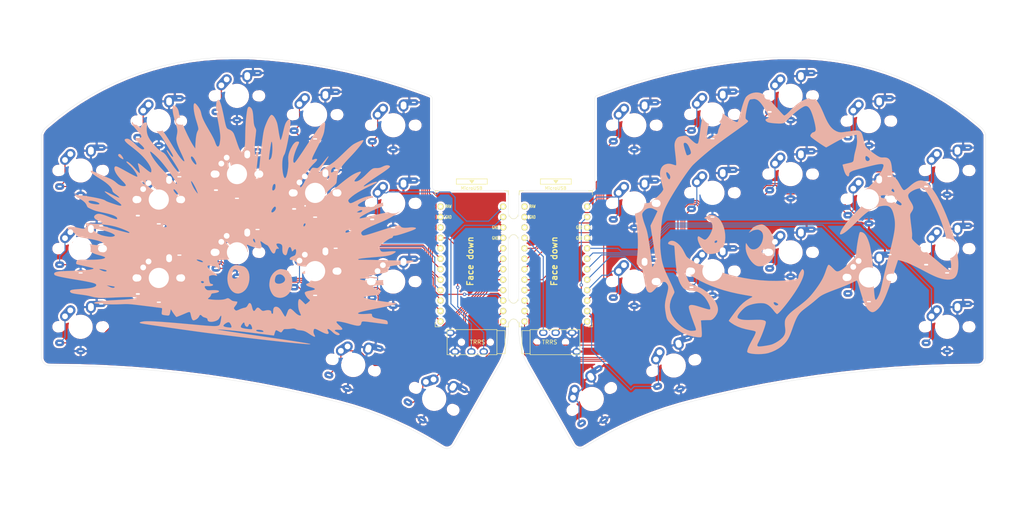
<source format=kicad_pcb>
(kicad_pcb (version 20171130) (host pcbnew "(5.1.10-1-10_14)")
  (layers (0 F.Cu signal) (31 B.Cu signal) (34 B.Paste user) (35 F.Paste user) (36 B.SilkS user) (37 F.SilkS user) (38 B.Mask user) (39 F.Mask user) (44 Edge.Cuts user))
  (net 0 "")
  (net 1 gnd)
  (net 2 vcc)
  (net 3 Switch18)
  (net 4 reset)
  (net 5 Switch1)
  (net 6 Switch2)
  (net 7 Switch3)
  (net 8 Switch4)
  (net 9 Switch5)
  (net 10 Switch6)
  (net 11 Switch7)
  (net 12 Switch8)
  (net 13 Switch9)
  (net 14 Switch10)
  (net 15 Switch11)
  (net 16 Switch12)
  (net 17 Switch13)
  (net 18 Switch14)
  (net 19 Switch15)
  (net 20 Switch16)
  (net 21 Switch17)
  (net 22 raw)
  (net 23 Switch18_r)
  (net 24 reset_r)
  (net 25 Switch9_r)
  (net 26 Switch10_r)
  (net 27 Switch11_r)
  (net 28 Switch12_r)
  (net 29 Switch13_r)
  (net 30 Switch14_r)
  (net 31 Switch15_r)
  (net 32 Switch16_r)
  (net 33 Switch17_r)
  (net 34 Switch1_r)
  (net 35 Switch2_r)
  (net 36 Switch3_r)
  (net 37 Switch4_r)
  (net 38 Switch5_r)
  (net 39 Switch6_r)
  (net 40 Switch7_r)
  (net 41 Switch8_r)
  (module silkscreens:unsafe_rust (layer B.Cu) (at 85.11 91.57 172)
    (fp_text reference G*** hide)
    (fp_text value LOGO hide)
  )
  (module silkscreens:safe_rust (layer B.Cu) (at 215.64 84.57 189)
    (fp_text reference G*** hide)
    (fp_text value LOGO hide)
  )
  (module Duckyb-Parts:mouse-bite-5mm-slot-with-space-for-track (layer F.Cu) (at 150.241 111.1885)
    (fp_text reference mouse-bite-5mm-slot hide)
    (fp_text value VAL** hide)
    (pad "" np_thru_hole circle (at 1.016 0) (size 0.5 0.5) (drill 0.5) (layers *.Cu *.Mask))
    (pad "" np_thru_hole circle (at -1.016 0) (size 0.5 0.5) (drill 0.5) (layers *.Cu *.Mask))
    (pad "" np_thru_hole circle (at 1.016 2.032) (size 0.5 0.5) (drill 0.5) (layers *.Cu *.Mask))
    (pad "" np_thru_hole circle (at -1.016 2.032) (size 0.5 0.5) (drill 0.5) (layers *.Cu *.Mask))
    (pad "" np_thru_hole circle (at 1.016 -2.032) (size 0.5 0.5) (drill 0.5) (layers *.Cu *.Mask))
    (pad "" np_thru_hole circle (at -1.016 -2.032) (size 0.5 0.5) (drill 0.5) (layers *.Cu *.Mask))
    (pad "" np_thru_hole circle (at 1.016 -1.016) (size 0.5 0.5) (drill 0.5) (layers *.Cu *.Mask))
    (pad "" np_thru_hole circle (at 1.016 1.016) (size 0.5 0.5) (drill 0.5) (layers *.Cu *.Mask))
    (pad "" np_thru_hole circle (at -1.016 1.016) (size 0.5 0.5) (drill 0.5) (layers *.Cu *.Mask))
    (pad "" np_thru_hole circle (at -1.016 -1.016) (size 0.5 0.5) (drill 0.5) (layers *.Cu *.Mask))
  )
  (module Duckyb-Parts:mouse-bite-5mm-slot-with-space-for-track (layer F.Cu) (at 150.241 90.678)
    (fp_text reference mouse-bite-5mm-slot hide)
    (fp_text value VAL** hide)
    (pad "" np_thru_hole circle (at 1.016 0) (size 0.5 0.5) (drill 0.5) (layers *.Cu *.Mask))
    (pad "" np_thru_hole circle (at -1.016 0) (size 0.5 0.5) (drill 0.5) (layers *.Cu *.Mask))
    (pad "" np_thru_hole circle (at 1.016 2.032) (size 0.5 0.5) (drill 0.5) (layers *.Cu *.Mask))
    (pad "" np_thru_hole circle (at -1.016 2.032) (size 0.5 0.5) (drill 0.5) (layers *.Cu *.Mask))
    (pad "" np_thru_hole circle (at 1.016 -2.032) (size 0.5 0.5) (drill 0.5) (layers *.Cu *.Mask))
    (pad "" np_thru_hole circle (at -1.016 -2.032) (size 0.5 0.5) (drill 0.5) (layers *.Cu *.Mask))
    (pad "" np_thru_hole circle (at 1.016 -1.016) (size 0.5 0.5) (drill 0.5) (layers *.Cu *.Mask))
    (pad "" np_thru_hole circle (at 1.016 1.016) (size 0.5 0.5) (drill 0.5) (layers *.Cu *.Mask))
    (pad "" np_thru_hole circle (at -1.016 1.016) (size 0.5 0.5) (drill 0.5) (layers *.Cu *.Mask))
    (pad "" np_thru_hole circle (at -1.016 -1.016) (size 0.5 0.5) (drill 0.5) (layers *.Cu *.Mask))
  )
  (module kbd:ProMicro_v3_min (layer F.Cu) (at 160.51784 100.246)
    (fp_text reference U2 hide)
    (fp_text value ProMicro-kbd hide)
    (fp_text user GND (at 5.68 -6.8) (layer F.SilkS) (effects (font (size 0.75 0.5) (thickness 0.125))))
    (fp_text user GND (at 5.68 -9.38) (layer F.SilkS) (effects (font (size 0.75 0.5) (thickness 0.125))))
    (fp_text user GND (at -5.67 -11.91) (layer F.SilkS) (effects (font (size 0.75 0.5) (thickness 0.125))))
    (fp_text user RAW (at -5.67 -14.52) (layer F.SilkS) (effects (font (size 0.75 0.5) (thickness 0.125))))
    (fp_text user MicroUSB (at -0.05 -18.95) (layer F.SilkS) (effects (font (size 0.75 0.75) (thickness 0.12))))
    (fp_text user "" (at -0.5 -17.25) (layer F.SilkS))
    (fp_text user "" (at -1.2065 -16.256) (layer B.SilkS) (effects (justify mirror)))
    (pad 1 thru_hole circle (at 7.6114 -14.478) (size 1.524 1.524) (drill 0.8128) (layers *.Cu F.SilkS B.Mask) (net 26 Switch10_r))
    (pad 2 thru_hole circle (at 7.6114 -11.938) (size 1.524 1.524) (drill 0.8128) (layers *.Cu F.SilkS B.Mask) (net 23 Switch18_r))
    (pad 3 thru_hole circle (at 7.6114 -9.398) (size 1.524 1.524) (drill 0.8128) (layers *.Cu F.SilkS B.Mask) (net 1 gnd))
    (pad 4 thru_hole circle (at 7.6114 -6.858) (size 1.524 1.524) (drill 0.8128) (layers *.Cu F.SilkS B.Mask) (net 1 gnd))
    (pad 5 thru_hole circle (at 7.6114 -4.318) (size 1.524 1.524) (drill 0.8128) (layers *.Cu F.SilkS B.Mask) (net 27 Switch11_r))
    (pad 6 thru_hole circle (at 7.6114 -1.778) (size 1.524 1.524) (drill 0.8128) (layers *.Cu F.SilkS B.Mask) (net 28 Switch12_r))
    (pad 7 thru_hole circle (at 7.6114 0.762) (size 1.524 1.524) (drill 0.8128) (layers *.Cu F.SilkS B.Mask) (net 29 Switch13_r))
    (pad 8 thru_hole circle (at 7.6114 3.302) (size 1.524 1.524) (drill 0.8128) (layers *.Cu F.SilkS B.Mask) (net 30 Switch14_r))
    (pad 9 thru_hole circle (at 7.6114 5.842) (size 1.524 1.524) (drill 0.8128) (layers *.Cu F.SilkS B.Mask) (net 31 Switch15_r))
    (pad 10 thru_hole circle (at 7.6114 8.382) (size 1.524 1.524) (drill 0.8128) (layers *.Cu F.SilkS B.Mask) (net 34 Switch1_r))
    (pad 11 thru_hole circle (at 7.6114 10.922) (size 1.524 1.524) (drill 0.8128) (layers *.Cu F.SilkS B.Mask) (net 32 Switch16_r))
    (pad 12 thru_hole circle (at 7.6114 13.462) (size 1.524 1.524) (drill 0.8128) (layers *.Cu F.SilkS B.Mask) (net 33 Switch17_r))
    (pad 13 thru_hole circle (at -7.6086 13.462) (size 1.524 1.524) (drill 0.8128) (layers *.Cu F.SilkS B.Mask) (net 25 Switch9_r))
    (pad 14 thru_hole circle (at -7.6086 10.922) (size 1.524 1.524) (drill 0.8128) (layers *.Cu F.SilkS B.Mask) (net 41 Switch8_r))
    (pad 15 thru_hole circle (at -7.6086 8.382) (size 1.524 1.524) (drill 0.8128) (layers *.Cu F.SilkS B.Mask) (net 40 Switch7_r))
    (pad 16 thru_hole circle (at -7.6086 5.842) (size 1.524 1.524) (drill 0.8128) (layers *.Cu F.SilkS B.Mask) (net 39 Switch6_r))
    (pad 17 thru_hole circle (at -7.6086 3.302) (size 1.524 1.524) (drill 0.8128) (layers *.Cu F.SilkS B.Mask) (net 35 Switch2_r))
    (pad 18 thru_hole circle (at -7.6086 0.762) (size 1.524 1.524) (drill 0.8128) (layers *.Cu F.SilkS B.Mask) (net 36 Switch3_r))
    (pad 19 thru_hole circle (at -7.6086 -1.778) (size 1.524 1.524) (drill 0.8128) (layers *.Cu F.SilkS B.Mask) (net 37 Switch4_r))
    (pad 20 thru_hole circle (at -7.6086 -4.318) (size 1.524 1.524) (drill 0.8128) (layers *.Cu F.SilkS B.Mask) (net 38 Switch5_r))
    (pad 21 thru_hole circle (at -7.6086 -6.858) (size 1.524 1.524) (drill 0.8128) (layers *.Cu F.SilkS B.Mask) (net 2 vcc))
    (pad 22 thru_hole circle (at -7.6086 -9.398) (size 1.524 1.524) (drill 0.8128) (layers *.Cu F.SilkS B.Mask) (net 24 reset_r))
    (pad 23 thru_hole circle (at -7.6086 -11.938) (size 1.524 1.524) (drill 0.8128) (layers *.Cu F.SilkS B.Mask) (net 1 gnd))
    (pad 24 thru_hole circle (at -7.6086 -14.478) (size 1.524 1.524) (drill 0.8128) (layers *.Cu F.SilkS B.Mask) (net 22 raw))
  )
  (module kbd:ProMicro_v3_min (layer F.Cu) (at 140.094 100.246)
    (fp_text reference U1 hide)
    (fp_text value ProMicro-kbd hide)
    (fp_text user GND (at 5.68 -6.8) (layer F.SilkS) (effects (font (size 0.75 0.5) (thickness 0.125))))
    (fp_text user GND (at 5.68 -9.38) (layer F.SilkS) (effects (font (size 0.75 0.5) (thickness 0.125))))
    (fp_text user GND (at -5.67 -11.91) (layer F.SilkS) (effects (font (size 0.75 0.5) (thickness 0.125))))
    (fp_text user RAW (at -5.67 -14.52) (layer F.SilkS) (effects (font (size 0.75 0.5) (thickness 0.125))))
    (fp_text user MicroUSB (at -0.05 -18.95) (layer F.SilkS) (effects (font (size 0.75 0.75) (thickness 0.12))))
    (fp_text user "" (at -0.5 -17.25) (layer F.SilkS))
    (fp_text user "" (at -1.2065 -16.256) (layer B.SilkS) (effects (justify mirror)))
    (pad 1 thru_hole circle (at 7.6114 -14.478) (size 1.524 1.524) (drill 0.8128) (layers *.Cu F.SilkS B.Mask) (net 14 Switch10))
    (pad 2 thru_hole circle (at 7.6114 -11.938) (size 1.524 1.524) (drill 0.8128) (layers *.Cu F.SilkS B.Mask) (net 3 Switch18))
    (pad 3 thru_hole circle (at 7.6114 -9.398) (size 1.524 1.524) (drill 0.8128) (layers *.Cu F.SilkS B.Mask) (net 1 gnd))
    (pad 4 thru_hole circle (at 7.6114 -6.858) (size 1.524 1.524) (drill 0.8128) (layers *.Cu F.SilkS B.Mask) (net 1 gnd))
    (pad 5 thru_hole circle (at 7.6114 -4.318) (size 1.524 1.524) (drill 0.8128) (layers *.Cu F.SilkS B.Mask) (net 15 Switch11))
    (pad 6 thru_hole circle (at 7.6114 -1.778) (size 1.524 1.524) (drill 0.8128) (layers *.Cu F.SilkS B.Mask) (net 16 Switch12))
    (pad 7 thru_hole circle (at 7.6114 0.762) (size 1.524 1.524) (drill 0.8128) (layers *.Cu F.SilkS B.Mask) (net 17 Switch13))
    (pad 8 thru_hole circle (at 7.6114 3.302) (size 1.524 1.524) (drill 0.8128) (layers *.Cu F.SilkS B.Mask) (net 18 Switch14))
    (pad 9 thru_hole circle (at 7.6114 5.842) (size 1.524 1.524) (drill 0.8128) (layers *.Cu F.SilkS B.Mask) (net 19 Switch15))
    (pad 10 thru_hole circle (at 7.6114 8.382) (size 1.524 1.524) (drill 0.8128) (layers *.Cu F.SilkS B.Mask) (net 5 Switch1))
    (pad 11 thru_hole circle (at 7.6114 10.922) (size 1.524 1.524) (drill 0.8128) (layers *.Cu F.SilkS B.Mask) (net 20 Switch16))
    (pad 12 thru_hole circle (at 7.6114 13.462) (size 1.524 1.524) (drill 0.8128) (layers *.Cu F.SilkS B.Mask) (net 21 Switch17))
    (pad 13 thru_hole circle (at -7.6086 13.462) (size 1.524 1.524) (drill 0.8128) (layers *.Cu F.SilkS B.Mask) (net 13 Switch9))
    (pad 14 thru_hole circle (at -7.6086 10.922) (size 1.524 1.524) (drill 0.8128) (layers *.Cu F.SilkS B.Mask) (net 12 Switch8))
    (pad 15 thru_hole circle (at -7.6086 8.382) (size 1.524 1.524) (drill 0.8128) (layers *.Cu F.SilkS B.Mask) (net 11 Switch7))
    (pad 16 thru_hole circle (at -7.6086 5.842) (size 1.524 1.524) (drill 0.8128) (layers *.Cu F.SilkS B.Mask) (net 10 Switch6))
    (pad 17 thru_hole circle (at -7.6086 3.302) (size 1.524 1.524) (drill 0.8128) (layers *.Cu F.SilkS B.Mask) (net 6 Switch2))
    (pad 18 thru_hole circle (at -7.6086 0.762) (size 1.524 1.524) (drill 0.8128) (layers *.Cu F.SilkS B.Mask) (net 7 Switch3))
    (pad 19 thru_hole circle (at -7.6086 -1.778) (size 1.524 1.524) (drill 0.8128) (layers *.Cu F.SilkS B.Mask) (net 8 Switch4))
    (pad 20 thru_hole circle (at -7.6086 -4.318) (size 1.524 1.524) (drill 0.8128) (layers *.Cu F.SilkS B.Mask) (net 9 Switch5))
    (pad 21 thru_hole circle (at -7.6086 -6.858) (size 1.524 1.524) (drill 0.8128) (layers *.Cu F.SilkS B.Mask) (net 2 vcc))
    (pad 22 thru_hole circle (at -7.6086 -9.398) (size 1.524 1.524) (drill 0.8128) (layers *.Cu F.SilkS B.Mask) (net 4 reset))
    (pad 23 thru_hole circle (at -7.6086 -11.938) (size 1.524 1.524) (drill 0.8128) (layers *.Cu F.SilkS B.Mask) (net 1 gnd))
    (pad 24 thru_hole circle (at -7.6086 -14.478) (size 1.524 1.524) (drill 0.8128) (layers *.Cu F.SilkS B.Mask) (net 22 raw))
  )
  (module Kailh:keyswitch_cherrymx_alps_choc12_1u (layer F.Cu) (at 120.98 104.008)
    (fp_text reference SW18 hide)
    (fp_text value SW_Push hide)
    (pad "" np_thru_hole circle (at -5.08 0) (size 1.7 1.7) (drill 1.7) (layers *.Cu))
    (pad "" np_thru_hole circle (at 5.08 0) (size 1.7 1.7) (drill 1.7) (layers *.Cu))
    (pad 2 thru_hole oval (at 0 5.9) (size 2.2 1.5) (drill oval 1 0.3) (layers *.Cu B.Mask) (net 1 gnd))
    (pad "" np_thru_hole circle (at 5.5 0 90) (size 1.8 1.8) (drill 1.8) (layers *.Cu))
    (pad "" np_thru_hole circle (at -5.5 0 90) (size 1.8 1.8) (drill 1.8) (layers *.Cu))
    (pad "" np_thru_hole circle (at 0 0 90) (size 4.9 4.9) (drill 4.9) (layers *.Cu))
    (pad 1 thru_hole oval (at -5.1 3.9) (size 2.2 1.6) (drill oval 1 0.4) (layers *.Cu B.Mask) (net 19 Switch15))
    (pad 2 thru_hole oval (at 5 -5.55 0.5) (size 4.4 1.5) (drill oval 1 0.3 (offset -1.1 0)) (layers *.Cu B.Mask) (net 1 gnd))
    (pad 1 thru_hole circle (at -2.5 -4) (size 2.4 2.4) (drill 1.4) (layers *.Cu B.Mask) (net 19 Switch15))
    (pad 2 thru_hole oval (at 2.5 -4.8) (size 2.4 2.95) (drill oval 1.4 1.95) (layers *.Cu B.Mask) (net 1 gnd))
    (pad 1 thru_hole oval (at -3.8 -2.55 318) (size 2.4 4.4) (drill 1.4 (offset 0 -1)) (layers *.Cu B.Mask) (net 19 Switch15))
  )
  (module Kailh:keyswitch_cherrymx_alps_choc12_1u (layer F.Cu) (at 111.272 124.288 345)
    (fp_text reference SW21 hide)
    (fp_text value SW_Push hide)
    (pad "" np_thru_hole circle (at -5.08 0 345) (size 1.7 1.7) (drill 1.7) (layers *.Cu))
    (pad "" np_thru_hole circle (at 5.08 0 345) (size 1.7 1.7) (drill 1.7) (layers *.Cu))
    (pad 2 thru_hole oval (at 0 5.9 345) (size 2.2 1.5) (drill oval 1 0.3) (layers *.Cu B.Mask) (net 1 gnd))
    (pad "" np_thru_hole circle (at 5.5 0 75) (size 1.8 1.8) (drill 1.8) (layers *.Cu))
    (pad "" np_thru_hole circle (at -5.5 0 75) (size 1.8 1.8) (drill 1.8) (layers *.Cu))
    (pad "" np_thru_hole circle (at 0 0 75) (size 4.9 4.9) (drill 4.9) (layers *.Cu))
    (pad 1 thru_hole oval (at -5.1 3.9 345) (size 2.2 1.6) (drill oval 1 0.4) (layers *.Cu B.Mask) (net 20 Switch16))
    (pad 2 thru_hole oval (at 5 -5.55 345.5) (size 4.4 1.5) (drill oval 1 0.3 (offset -1.1 0)) (layers *.Cu B.Mask) (net 1 gnd))
    (pad 1 thru_hole circle (at -2.5 -4 345) (size 2.4 2.4) (drill 1.4) (layers *.Cu B.Mask) (net 20 Switch16))
    (pad 2 thru_hole oval (at 2.5 -4.8 345) (size 2.4 2.95) (drill oval 1.4 1.95) (layers *.Cu B.Mask) (net 1 gnd))
    (pad 1 thru_hole oval (at -3.8 -2.55 303) (size 2.4 4.4) (drill 1.4 (offset 0 -1)) (layers *.Cu B.Mask) (net 20 Switch16))
  )
  (module Kailh:keyswitch_cherrymx_alps_choc12_1u (layer F.Cu) (at 189.17984 124.41 15)
    (fp_text reference SW21_r1 hide)
    (fp_text value SW_Push hide)
    (pad "" np_thru_hole circle (at -5.08 0 15) (size 1.7 1.7) (drill 1.7) (layers *.Cu))
    (pad "" np_thru_hole circle (at 5.08 0 15) (size 1.7 1.7) (drill 1.7) (layers *.Cu))
    (pad 2 thru_hole oval (at 0 5.9 15) (size 2.2 1.5) (drill oval 1 0.3) (layers *.Cu B.Mask) (net 1 gnd))
    (pad "" np_thru_hole circle (at 5.5 0 105) (size 1.8 1.8) (drill 1.8) (layers *.Cu))
    (pad "" np_thru_hole circle (at -5.5 0 105) (size 1.8 1.8) (drill 1.8) (layers *.Cu))
    (pad "" np_thru_hole circle (at 0 0 105) (size 4.9 4.9) (drill 4.9) (layers *.Cu))
    (pad 1 thru_hole oval (at -5.1 3.9 15) (size 2.2 1.6) (drill oval 1 0.4) (layers *.Cu B.Mask) (net 32 Switch16_r))
    (pad 2 thru_hole oval (at 5 -5.55 15.5) (size 4.4 1.5) (drill oval 1 0.3 (offset -1.1 0)) (layers *.Cu B.Mask) (net 1 gnd))
    (pad 1 thru_hole circle (at -2.5 -4 15) (size 2.4 2.4) (drill 1.4) (layers *.Cu B.Mask) (net 32 Switch16_r))
    (pad 2 thru_hole oval (at 2.5 -4.8 15) (size 2.4 2.95) (drill oval 1.4 1.95) (layers *.Cu B.Mask) (net 1 gnd))
    (pad 1 thru_hole oval (at -3.8 -2.55 333) (size 2.4 4.4) (drill 1.4 (offset 0 -1)) (layers *.Cu B.Mask) (net 32 Switch16_r))
  )
  (module Kailh:keyswitch_cherrymx_alps_choc12_1u (layer F.Cu) (at 169.251 132.542 30)
    (fp_text reference SW20_r1 hide)
    (fp_text value SW_Push hide)
    (pad "" np_thru_hole circle (at -5.08 0 30) (size 1.7 1.7) (drill 1.7) (layers *.Cu))
    (pad "" np_thru_hole circle (at 5.08 0 30) (size 1.7 1.7) (drill 1.7) (layers *.Cu))
    (pad 2 thru_hole oval (at 0 5.9 30) (size 2.2 1.5) (drill oval 1 0.3) (layers *.Cu B.Mask) (net 1 gnd))
    (pad "" np_thru_hole circle (at 5.5 0 120) (size 1.8 1.8) (drill 1.8) (layers *.Cu))
    (pad "" np_thru_hole circle (at -5.5 0 120) (size 1.8 1.8) (drill 1.8) (layers *.Cu))
    (pad "" np_thru_hole circle (at 0 0 120) (size 4.9 4.9) (drill 4.9) (layers *.Cu))
    (pad 1 thru_hole oval (at -5.1 3.9 30) (size 2.2 1.6) (drill oval 1 0.4) (layers *.Cu B.Mask) (net 33 Switch17_r))
    (pad 2 thru_hole oval (at 5 -5.55 30.5) (size 4.4 1.5) (drill oval 1 0.3 (offset -1.1 0)) (layers *.Cu B.Mask) (net 1 gnd))
    (pad 1 thru_hole circle (at -2.5 -4 30) (size 2.4 2.4) (drill 1.4) (layers *.Cu B.Mask) (net 33 Switch17_r))
    (pad 2 thru_hole oval (at 2.5 -4.8 30) (size 2.4 2.95) (drill oval 1.4 1.95) (layers *.Cu B.Mask) (net 1 gnd))
    (pad 1 thru_hole oval (at -3.8 -2.55 348) (size 2.4 4.4) (drill 1.4 (offset 0 -1)) (layers *.Cu B.Mask) (net 33 Switch17_r))
  )
  (module Kailh:keyswitch_cherrymx_alps_choc12_1u (layer F.Cu) (at 217.58784 77.878)
    (fp_text reference SW9_r1 hide)
    (fp_text value SW_Push hide)
    (pad "" np_thru_hole circle (at -5.08 0) (size 1.7 1.7) (drill 1.7) (layers *.Cu))
    (pad "" np_thru_hole circle (at 5.08 0) (size 1.7 1.7) (drill 1.7) (layers *.Cu))
    (pad 2 thru_hole oval (at 0 5.9) (size 2.2 1.5) (drill oval 1 0.3) (layers *.Cu B.Mask) (net 1 gnd))
    (pad "" np_thru_hole circle (at 5.5 0 90) (size 1.8 1.8) (drill 1.8) (layers *.Cu))
    (pad "" np_thru_hole circle (at -5.5 0 90) (size 1.8 1.8) (drill 1.8) (layers *.Cu))
    (pad "" np_thru_hole circle (at 0 0 90) (size 4.9 4.9) (drill 4.9) (layers *.Cu))
    (pad 1 thru_hole oval (at -5.1 3.9) (size 2.2 1.6) (drill oval 1 0.4) (layers *.Cu B.Mask) (net 41 Switch8_r))
    (pad 2 thru_hole oval (at 5 -5.55 0.5) (size 4.4 1.5) (drill oval 1 0.3 (offset -1.1 0)) (layers *.Cu B.Mask) (net 1 gnd))
    (pad 1 thru_hole circle (at -2.5 -4) (size 2.4 2.4) (drill 1.4) (layers *.Cu B.Mask) (net 41 Switch8_r))
    (pad 2 thru_hole oval (at 2.5 -4.8) (size 2.4 2.95) (drill oval 1.4 1.95) (layers *.Cu B.Mask) (net 1 gnd))
    (pad 1 thru_hole oval (at -3.8 -2.55 318) (size 2.4 4.4) (drill 1.4 (offset 0 -1)) (layers *.Cu B.Mask) (net 41 Switch8_r))
  )
  (module Kailh:keyswitch_cherrymx_alps_choc12_1u (layer F.Cu) (at 236.61384 83.974)
    (fp_text reference SW8_r1 hide)
    (fp_text value SW_Push hide)
    (pad "" np_thru_hole circle (at -5.08 0) (size 1.7 1.7) (drill 1.7) (layers *.Cu))
    (pad "" np_thru_hole circle (at 5.08 0) (size 1.7 1.7) (drill 1.7) (layers *.Cu))
    (pad 2 thru_hole oval (at 0 5.9) (size 2.2 1.5) (drill oval 1 0.3) (layers *.Cu B.Mask) (net 1 gnd))
    (pad "" np_thru_hole circle (at 5.5 0 90) (size 1.8 1.8) (drill 1.8) (layers *.Cu))
    (pad "" np_thru_hole circle (at -5.5 0 90) (size 1.8 1.8) (drill 1.8) (layers *.Cu))
    (pad "" np_thru_hole circle (at 0 0 90) (size 4.9 4.9) (drill 4.9) (layers *.Cu))
    (pad 1 thru_hole oval (at -5.1 3.9) (size 2.2 1.6) (drill oval 1 0.4) (layers *.Cu B.Mask) (net 40 Switch7_r))
    (pad 2 thru_hole oval (at 5 -5.55 0.5) (size 4.4 1.5) (drill oval 1 0.3 (offset -1.1 0)) (layers *.Cu B.Mask) (net 1 gnd))
    (pad 1 thru_hole circle (at -2.5 -4) (size 2.4 2.4) (drill 1.4) (layers *.Cu B.Mask) (net 40 Switch7_r))
    (pad 2 thru_hole oval (at 2.5 -4.8) (size 2.4 2.95) (drill oval 1.4 1.95) (layers *.Cu B.Mask) (net 1 gnd))
    (pad 1 thru_hole oval (at -3.8 -2.55 318) (size 2.4 4.4) (drill 1.4 (offset 0 -1)) (layers *.Cu B.Mask) (net 40 Switch7_r))
  )
  (module Kailh:keyswitch_cherrymx_alps_choc12_1u (layer F.Cu) (at 255.63184 96)
    (fp_text reference SW7_r1 hide)
    (fp_text value SW_Push hide)
    (pad "" np_thru_hole circle (at -5.08 0) (size 1.7 1.7) (drill 1.7) (layers *.Cu))
    (pad "" np_thru_hole circle (at 5.08 0) (size 1.7 1.7) (drill 1.7) (layers *.Cu))
    (pad 2 thru_hole oval (at 0 5.9) (size 2.2 1.5) (drill oval 1 0.3) (layers *.Cu B.Mask) (net 1 gnd))
    (pad "" np_thru_hole circle (at 5.5 0 90) (size 1.8 1.8) (drill 1.8) (layers *.Cu))
    (pad "" np_thru_hole circle (at -5.5 0 90) (size 1.8 1.8) (drill 1.8) (layers *.Cu))
    (pad "" np_thru_hole circle (at 0 0 90) (size 4.9 4.9) (drill 4.9) (layers *.Cu))
    (pad 1 thru_hole oval (at -5.1 3.9) (size 2.2 1.6) (drill oval 1 0.4) (layers *.Cu B.Mask) (net 39 Switch6_r))
    (pad 2 thru_hole oval (at 5 -5.55 0.5) (size 4.4 1.5) (drill oval 1 0.3 (offset -1.1 0)) (layers *.Cu B.Mask) (net 1 gnd))
    (pad 1 thru_hole circle (at -2.5 -4) (size 2.4 2.4) (drill 1.4) (layers *.Cu B.Mask) (net 39 Switch6_r))
    (pad 2 thru_hole oval (at 2.5 -4.8) (size 2.4 2.95) (drill oval 1.4 1.95) (layers *.Cu B.Mask) (net 1 gnd))
    (pad 1 thru_hole oval (at -3.8 -2.55 318) (size 2.4 4.4) (drill 1.4 (offset 0 -1)) (layers *.Cu B.Mask) (net 39 Switch6_r))
  )
  (module Kailh:keyswitch_cherrymx_alps_choc12_1u (layer F.Cu) (at 179.58584 66)
    (fp_text reference SW6_r1 hide)
    (fp_text value SW_Push hide)
    (pad "" np_thru_hole circle (at -5.08 0) (size 1.7 1.7) (drill 1.7) (layers *.Cu))
    (pad "" np_thru_hole circle (at 5.08 0) (size 1.7 1.7) (drill 1.7) (layers *.Cu))
    (pad 2 thru_hole oval (at 0 5.9) (size 2.2 1.5) (drill oval 1 0.3) (layers *.Cu B.Mask) (net 1 gnd))
    (pad "" np_thru_hole circle (at 5.5 0 90) (size 1.8 1.8) (drill 1.8) (layers *.Cu))
    (pad "" np_thru_hole circle (at -5.5 0 90) (size 1.8 1.8) (drill 1.8) (layers *.Cu))
    (pad "" np_thru_hole circle (at 0 0 90) (size 4.9 4.9) (drill 4.9) (layers *.Cu))
    (pad 1 thru_hole oval (at -5.1 3.9) (size 2.2 1.6) (drill oval 1 0.4) (layers *.Cu B.Mask) (net 38 Switch5_r))
    (pad 2 thru_hole oval (at 5 -5.55 0.5) (size 4.4 1.5) (drill oval 1 0.3 (offset -1.1 0)) (layers *.Cu B.Mask) (net 1 gnd))
    (pad 1 thru_hole circle (at -2.5 -4) (size 2.4 2.4) (drill 1.4) (layers *.Cu B.Mask) (net 38 Switch5_r))
    (pad 2 thru_hole oval (at 2.5 -4.8) (size 2.4 2.95) (drill oval 1.4 1.95) (layers *.Cu B.Mask) (net 1 gnd))
    (pad 1 thru_hole oval (at -3.8 -2.55 318) (size 2.4 4.4) (drill 1.4 (offset 0 -1)) (layers *.Cu B.Mask) (net 38 Switch5_r))
  )
  (module Kailh:keyswitch_cherrymx_alps_choc12_1u (layer F.Cu) (at 198.58584 63.368)
    (fp_text reference SW5_r1 hide)
    (fp_text value SW_Push hide)
    (pad "" np_thru_hole circle (at -5.08 0) (size 1.7 1.7) (drill 1.7) (layers *.Cu))
    (pad "" np_thru_hole circle (at 5.08 0) (size 1.7 1.7) (drill 1.7) (layers *.Cu))
    (pad 2 thru_hole oval (at 0 5.9) (size 2.2 1.5) (drill oval 1 0.3) (layers *.Cu B.Mask) (net 1 gnd))
    (pad "" np_thru_hole circle (at 5.5 0 90) (size 1.8 1.8) (drill 1.8) (layers *.Cu))
    (pad "" np_thru_hole circle (at -5.5 0 90) (size 1.8 1.8) (drill 1.8) (layers *.Cu))
    (pad "" np_thru_hole circle (at 0 0 90) (size 4.9 4.9) (drill 4.9) (layers *.Cu))
    (pad 1 thru_hole oval (at -5.1 3.9) (size 2.2 1.6) (drill oval 1 0.4) (layers *.Cu B.Mask) (net 37 Switch4_r))
    (pad 2 thru_hole oval (at 5 -5.55 0.5) (size 4.4 1.5) (drill oval 1 0.3 (offset -1.1 0)) (layers *.Cu B.Mask) (net 1 gnd))
    (pad 1 thru_hole circle (at -2.5 -4) (size 2.4 2.4) (drill 1.4) (layers *.Cu B.Mask) (net 37 Switch4_r))
    (pad 2 thru_hole oval (at 2.5 -4.8) (size 2.4 2.95) (drill oval 1.4 1.95) (layers *.Cu B.Mask) (net 1 gnd))
    (pad 1 thru_hole oval (at -3.8 -2.55 318) (size 2.4 4.4) (drill 1.4 (offset 0 -1)) (layers *.Cu B.Mask) (net 37 Switch4_r))
  )
  (module Kailh:keyswitch_cherrymx_alps_choc12_1u (layer F.Cu) (at 217.58784 58.86)
    (fp_text reference SW4_r1 hide)
    (fp_text value SW_Push hide)
    (pad "" np_thru_hole circle (at -5.08 0) (size 1.7 1.7) (drill 1.7) (layers *.Cu))
    (pad "" np_thru_hole circle (at 5.08 0) (size 1.7 1.7) (drill 1.7) (layers *.Cu))
    (pad 2 thru_hole oval (at 0 5.9) (size 2.2 1.5) (drill oval 1 0.3) (layers *.Cu B.Mask) (net 1 gnd))
    (pad "" np_thru_hole circle (at 5.5 0 90) (size 1.8 1.8) (drill 1.8) (layers *.Cu))
    (pad "" np_thru_hole circle (at -5.5 0 90) (size 1.8 1.8) (drill 1.8) (layers *.Cu))
    (pad "" np_thru_hole circle (at 0 0 90) (size 4.9 4.9) (drill 4.9) (layers *.Cu))
    (pad 1 thru_hole oval (at -5.1 3.9) (size 2.2 1.6) (drill oval 1 0.4) (layers *.Cu B.Mask) (net 36 Switch3_r))
    (pad 2 thru_hole oval (at 5 -5.55 0.5) (size 4.4 1.5) (drill oval 1 0.3 (offset -1.1 0)) (layers *.Cu B.Mask) (net 1 gnd))
    (pad 1 thru_hole circle (at -2.5 -4) (size 2.4 2.4) (drill 1.4) (layers *.Cu B.Mask) (net 36 Switch3_r))
    (pad 2 thru_hole oval (at 2.5 -4.8) (size 2.4 2.95) (drill oval 1.4 1.95) (layers *.Cu B.Mask) (net 1 gnd))
    (pad 1 thru_hole oval (at -3.8 -2.55 318) (size 2.4 4.4) (drill 1.4 (offset 0 -1)) (layers *.Cu B.Mask) (net 36 Switch3_r))
  )
  (module Kailh:keyswitch_cherrymx_alps_choc12_1u (layer F.Cu) (at 236.61384 65)
    (fp_text reference SW3_r1 hide)
    (fp_text value SW_Push hide)
    (pad "" np_thru_hole circle (at -5.08 0) (size 1.7 1.7) (drill 1.7) (layers *.Cu))
    (pad "" np_thru_hole circle (at 5.08 0) (size 1.7 1.7) (drill 1.7) (layers *.Cu))
    (pad 2 thru_hole oval (at 0 5.9) (size 2.2 1.5) (drill oval 1 0.3) (layers *.Cu B.Mask) (net 1 gnd))
    (pad "" np_thru_hole circle (at 5.5 0 90) (size 1.8 1.8) (drill 1.8) (layers *.Cu))
    (pad "" np_thru_hole circle (at -5.5 0 90) (size 1.8 1.8) (drill 1.8) (layers *.Cu))
    (pad "" np_thru_hole circle (at 0 0 90) (size 4.9 4.9) (drill 4.9) (layers *.Cu))
    (pad 1 thru_hole oval (at -5.1 3.9) (size 2.2 1.6) (drill oval 1 0.4) (layers *.Cu B.Mask) (net 35 Switch2_r))
    (pad 2 thru_hole oval (at 5 -5.55 0.5) (size 4.4 1.5) (drill oval 1 0.3 (offset -1.1 0)) (layers *.Cu B.Mask) (net 1 gnd))
    (pad 1 thru_hole circle (at -2.5 -4) (size 2.4 2.4) (drill 1.4) (layers *.Cu B.Mask) (net 35 Switch2_r))
    (pad 2 thru_hole oval (at 2.5 -4.8) (size 2.4 2.95) (drill oval 1.4 1.95) (layers *.Cu B.Mask) (net 1 gnd))
    (pad 1 thru_hole oval (at -3.8 -2.55 318) (size 2.4 4.4) (drill 1.4 (offset 0 -1)) (layers *.Cu B.Mask) (net 35 Switch2_r))
  )
  (module Kailh:keyswitch_cherrymx_alps_choc12_1u (layer F.Cu) (at 255.63184 77)
    (fp_text reference SW2_r1 hide)
    (fp_text value SW_Push hide)
    (pad "" np_thru_hole circle (at -5.08 0) (size 1.7 1.7) (drill 1.7) (layers *.Cu))
    (pad "" np_thru_hole circle (at 5.08 0) (size 1.7 1.7) (drill 1.7) (layers *.Cu))
    (pad 2 thru_hole oval (at 0 5.9) (size 2.2 1.5) (drill oval 1 0.3) (layers *.Cu B.Mask) (net 1 gnd))
    (pad "" np_thru_hole circle (at 5.5 0 90) (size 1.8 1.8) (drill 1.8) (layers *.Cu))
    (pad "" np_thru_hole circle (at -5.5 0 90) (size 1.8 1.8) (drill 1.8) (layers *.Cu))
    (pad "" np_thru_hole circle (at 0 0 90) (size 4.9 4.9) (drill 4.9) (layers *.Cu))
    (pad 1 thru_hole oval (at -5.1 3.9) (size 2.2 1.6) (drill oval 1 0.4) (layers *.Cu B.Mask) (net 34 Switch1_r))
    (pad 2 thru_hole oval (at 5 -5.55 0.5) (size 4.4 1.5) (drill oval 1 0.3 (offset -1.1 0)) (layers *.Cu B.Mask) (net 1 gnd))
    (pad 1 thru_hole circle (at -2.5 -4) (size 2.4 2.4) (drill 1.4) (layers *.Cu B.Mask) (net 34 Switch1_r))
    (pad 2 thru_hole oval (at 2.5 -4.8) (size 2.4 2.95) (drill oval 1.4 1.95) (layers *.Cu B.Mask) (net 1 gnd))
    (pad 1 thru_hole oval (at -3.8 -2.55 318) (size 2.4 4.4) (drill 1.4 (offset 0 -1)) (layers *.Cu B.Mask) (net 34 Switch1_r))
  )
  (module Kailh:keyswitch_cherrymx_alps_choc12_1u (layer F.Cu) (at 236.61384 102.992)
    (fp_text reference SW18_r1 hide)
    (fp_text value SW_Push hide)
    (pad "" np_thru_hole circle (at -5.08 0) (size 1.7 1.7) (drill 1.7) (layers *.Cu))
    (pad "" np_thru_hole circle (at 5.08 0) (size 1.7 1.7) (drill 1.7) (layers *.Cu))
    (pad 2 thru_hole oval (at 0 5.9) (size 2.2 1.5) (drill oval 1 0.3) (layers *.Cu B.Mask) (net 1 gnd))
    (pad "" np_thru_hole circle (at 5.5 0 90) (size 1.8 1.8) (drill 1.8) (layers *.Cu))
    (pad "" np_thru_hole circle (at -5.5 0 90) (size 1.8 1.8) (drill 1.8) (layers *.Cu))
    (pad "" np_thru_hole circle (at 0 0 90) (size 4.9 4.9) (drill 4.9) (layers *.Cu))
    (pad 1 thru_hole oval (at -5.1 3.9) (size 2.2 1.6) (drill oval 1 0.4) (layers *.Cu B.Mask) (net 28 Switch12_r))
    (pad 2 thru_hole oval (at 5 -5.55 0.5) (size 4.4 1.5) (drill oval 1 0.3 (offset -1.1 0)) (layers *.Cu B.Mask) (net 1 gnd))
    (pad 1 thru_hole circle (at -2.5 -4) (size 2.4 2.4) (drill 1.4) (layers *.Cu B.Mask) (net 28 Switch12_r))
    (pad 2 thru_hole oval (at 2.5 -4.8) (size 2.4 2.95) (drill oval 1.4 1.95) (layers *.Cu B.Mask) (net 1 gnd))
    (pad 1 thru_hole oval (at -3.8 -2.55 318) (size 2.4 4.4) (drill 1.4 (offset 0 -1)) (layers *.Cu B.Mask) (net 28 Switch12_r))
  )
  (module Kailh:keyswitch_cherrymx_alps_choc12_1u (layer F.Cu) (at 179.58584 104.008)
    (fp_text reference SW17_r1 hide)
    (fp_text value SW_Push hide)
    (pad "" np_thru_hole circle (at -5.08 0) (size 1.7 1.7) (drill 1.7) (layers *.Cu))
    (pad "" np_thru_hole circle (at 5.08 0) (size 1.7 1.7) (drill 1.7) (layers *.Cu))
    (pad 2 thru_hole oval (at 0 5.9) (size 2.2 1.5) (drill oval 1 0.3) (layers *.Cu B.Mask) (net 1 gnd))
    (pad "" np_thru_hole circle (at 5.5 0 90) (size 1.8 1.8) (drill 1.8) (layers *.Cu))
    (pad "" np_thru_hole circle (at -5.5 0 90) (size 1.8 1.8) (drill 1.8) (layers *.Cu))
    (pad "" np_thru_hole circle (at 0 0 90) (size 4.9 4.9) (drill 4.9) (layers *.Cu))
    (pad 1 thru_hole oval (at -5.1 3.9) (size 2.2 1.6) (drill oval 1 0.4) (layers *.Cu B.Mask) (net 31 Switch15_r))
    (pad 2 thru_hole oval (at 5 -5.55 0.5) (size 4.4 1.5) (drill oval 1 0.3 (offset -1.1 0)) (layers *.Cu B.Mask) (net 1 gnd))
    (pad 1 thru_hole circle (at -2.5 -4) (size 2.4 2.4) (drill 1.4) (layers *.Cu B.Mask) (net 31 Switch15_r))
    (pad 2 thru_hole oval (at 2.5 -4.8) (size 2.4 2.95) (drill oval 1.4 1.95) (layers *.Cu B.Mask) (net 1 gnd))
    (pad 1 thru_hole oval (at -3.8 -2.55 318) (size 2.4 4.4) (drill 1.4 (offset 0 -1)) (layers *.Cu B.Mask) (net 31 Switch15_r))
  )
  (module Kailh:keyswitch_cherrymx_alps_choc12_1u (layer F.Cu) (at 198.58584 101.468)
    (fp_text reference SW16_r1 hide)
    (fp_text value SW_Push hide)
    (pad "" np_thru_hole circle (at -5.08 0) (size 1.7 1.7) (drill 1.7) (layers *.Cu))
    (pad "" np_thru_hole circle (at 5.08 0) (size 1.7 1.7) (drill 1.7) (layers *.Cu))
    (pad 2 thru_hole oval (at 0 5.9) (size 2.2 1.5) (drill oval 1 0.3) (layers *.Cu B.Mask) (net 1 gnd))
    (pad "" np_thru_hole circle (at 5.5 0 90) (size 1.8 1.8) (drill 1.8) (layers *.Cu))
    (pad "" np_thru_hole circle (at -5.5 0 90) (size 1.8 1.8) (drill 1.8) (layers *.Cu))
    (pad "" np_thru_hole circle (at 0 0 90) (size 4.9 4.9) (drill 4.9) (layers *.Cu))
    (pad 1 thru_hole oval (at -5.1 3.9) (size 2.2 1.6) (drill oval 1 0.4) (layers *.Cu B.Mask) (net 30 Switch14_r))
    (pad 2 thru_hole oval (at 5 -5.55 0.5) (size 4.4 1.5) (drill oval 1 0.3 (offset -1.1 0)) (layers *.Cu B.Mask) (net 1 gnd))
    (pad 1 thru_hole circle (at -2.5 -4) (size 2.4 2.4) (drill 1.4) (layers *.Cu B.Mask) (net 30 Switch14_r))
    (pad 2 thru_hole oval (at 2.5 -4.8) (size 2.4 2.95) (drill oval 1.4 1.95) (layers *.Cu B.Mask) (net 1 gnd))
    (pad 1 thru_hole oval (at -3.8 -2.55 318) (size 2.4 4.4) (drill 1.4 (offset 0 -1)) (layers *.Cu B.Mask) (net 30 Switch14_r))
  )
  (module Kailh:keyswitch_cherrymx_alps_choc12_1u (layer F.Cu) (at 217.58784 96.896)
    (fp_text reference SW15_r1 hide)
    (fp_text value SW_Push hide)
    (pad "" np_thru_hole circle (at -5.08 0) (size 1.7 1.7) (drill 1.7) (layers *.Cu))
    (pad "" np_thru_hole circle (at 5.08 0) (size 1.7 1.7) (drill 1.7) (layers *.Cu))
    (pad 2 thru_hole oval (at 0 5.9) (size 2.2 1.5) (drill oval 1 0.3) (layers *.Cu B.Mask) (net 1 gnd))
    (pad "" np_thru_hole circle (at 5.5 0 90) (size 1.8 1.8) (drill 1.8) (layers *.Cu))
    (pad "" np_thru_hole circle (at -5.5 0 90) (size 1.8 1.8) (drill 1.8) (layers *.Cu))
    (pad "" np_thru_hole circle (at 0 0 90) (size 4.9 4.9) (drill 4.9) (layers *.Cu))
    (pad 1 thru_hole oval (at -5.1 3.9) (size 2.2 1.6) (drill oval 1 0.4) (layers *.Cu B.Mask) (net 29 Switch13_r))
    (pad 2 thru_hole oval (at 5 -5.55 0.5) (size 4.4 1.5) (drill oval 1 0.3 (offset -1.1 0)) (layers *.Cu B.Mask) (net 1 gnd))
    (pad 1 thru_hole circle (at -2.5 -4) (size 2.4 2.4) (drill 1.4) (layers *.Cu B.Mask) (net 29 Switch13_r))
    (pad 2 thru_hole oval (at 2.5 -4.8) (size 2.4 2.95) (drill oval 1.4 1.95) (layers *.Cu B.Mask) (net 1 gnd))
    (pad 1 thru_hole oval (at -3.8 -2.55 318) (size 2.4 4.4) (drill 1.4 (offset 0 -1)) (layers *.Cu B.Mask) (net 29 Switch13_r))
  )
  (module Kailh:keyswitch_cherrymx_alps_choc12_1u (layer F.Cu) (at 255.63184 115)
    (fp_text reference SW13_r1 hide)
    (fp_text value SW_Push hide)
    (pad "" np_thru_hole circle (at -5.08 0) (size 1.7 1.7) (drill 1.7) (layers *.Cu))
    (pad "" np_thru_hole circle (at 5.08 0) (size 1.7 1.7) (drill 1.7) (layers *.Cu))
    (pad 2 thru_hole oval (at 0 5.9) (size 2.2 1.5) (drill oval 1 0.3) (layers *.Cu B.Mask) (net 1 gnd))
    (pad "" np_thru_hole circle (at 5.5 0 90) (size 1.8 1.8) (drill 1.8) (layers *.Cu))
    (pad "" np_thru_hole circle (at -5.5 0 90) (size 1.8 1.8) (drill 1.8) (layers *.Cu))
    (pad "" np_thru_hole circle (at 0 0 90) (size 4.9 4.9) (drill 4.9) (layers *.Cu))
    (pad 1 thru_hole oval (at -5.1 3.9) (size 2.2 1.6) (drill oval 1 0.4) (layers *.Cu B.Mask) (net 27 Switch11_r))
    (pad 2 thru_hole oval (at 5 -5.55 0.5) (size 4.4 1.5) (drill oval 1 0.3 (offset -1.1 0)) (layers *.Cu B.Mask) (net 1 gnd))
    (pad 1 thru_hole circle (at -2.5 -4) (size 2.4 2.4) (drill 1.4) (layers *.Cu B.Mask) (net 27 Switch11_r))
    (pad 2 thru_hole oval (at 2.5 -4.8) (size 2.4 2.95) (drill oval 1.4 1.95) (layers *.Cu B.Mask) (net 1 gnd))
    (pad 1 thru_hole oval (at -3.8 -2.55 318) (size 2.4 4.4) (drill 1.4 (offset 0 -1)) (layers *.Cu B.Mask) (net 27 Switch11_r))
  )
  (module Kailh:keyswitch_cherrymx_alps_choc12_1u (layer F.Cu) (at 179.58584 84.99)
    (fp_text reference SW12_r1 hide)
    (fp_text value SW_Push hide)
    (pad "" np_thru_hole circle (at -5.08 0) (size 1.7 1.7) (drill 1.7) (layers *.Cu))
    (pad "" np_thru_hole circle (at 5.08 0) (size 1.7 1.7) (drill 1.7) (layers *.Cu))
    (pad 2 thru_hole oval (at 0 5.9) (size 2.2 1.5) (drill oval 1 0.3) (layers *.Cu B.Mask) (net 1 gnd))
    (pad "" np_thru_hole circle (at 5.5 0 90) (size 1.8 1.8) (drill 1.8) (layers *.Cu))
    (pad "" np_thru_hole circle (at -5.5 0 90) (size 1.8 1.8) (drill 1.8) (layers *.Cu))
    (pad "" np_thru_hole circle (at 0 0 90) (size 4.9 4.9) (drill 4.9) (layers *.Cu))
    (pad 1 thru_hole oval (at -5.1 3.9) (size 2.2 1.6) (drill oval 1 0.4) (layers *.Cu B.Mask) (net 26 Switch10_r))
    (pad 2 thru_hole oval (at 5 -5.55 0.5) (size 4.4 1.5) (drill oval 1 0.3 (offset -1.1 0)) (layers *.Cu B.Mask) (net 1 gnd))
    (pad 1 thru_hole circle (at -2.5 -4) (size 2.4 2.4) (drill 1.4) (layers *.Cu B.Mask) (net 26 Switch10_r))
    (pad 2 thru_hole oval (at 2.5 -4.8) (size 2.4 2.95) (drill oval 1.4 1.95) (layers *.Cu B.Mask) (net 1 gnd))
    (pad 1 thru_hole oval (at -3.8 -2.55 318) (size 2.4 4.4) (drill 1.4 (offset 0 -1)) (layers *.Cu B.Mask) (net 26 Switch10_r))
  )
  (module Kailh:keyswitch_cherrymx_alps_choc12_1u (layer F.Cu) (at 198.58584 82.418)
    (fp_text reference SW11_r1 hide)
    (fp_text value SW_Push hide)
    (pad "" np_thru_hole circle (at -5.08 0) (size 1.7 1.7) (drill 1.7) (layers *.Cu))
    (pad "" np_thru_hole circle (at 5.08 0) (size 1.7 1.7) (drill 1.7) (layers *.Cu))
    (pad 2 thru_hole oval (at 0 5.9) (size 2.2 1.5) (drill oval 1 0.3) (layers *.Cu B.Mask) (net 1 gnd))
    (pad "" np_thru_hole circle (at 5.5 0 90) (size 1.8 1.8) (drill 1.8) (layers *.Cu))
    (pad "" np_thru_hole circle (at -5.5 0 90) (size 1.8 1.8) (drill 1.8) (layers *.Cu))
    (pad "" np_thru_hole circle (at 0 0 90) (size 4.9 4.9) (drill 4.9) (layers *.Cu))
    (pad 1 thru_hole oval (at -5.1 3.9) (size 2.2 1.6) (drill oval 1 0.4) (layers *.Cu B.Mask) (net 25 Switch9_r))
    (pad 2 thru_hole oval (at 5 -5.55 0.5) (size 4.4 1.5) (drill oval 1 0.3 (offset -1.1 0)) (layers *.Cu B.Mask) (net 1 gnd))
    (pad 1 thru_hole circle (at -2.5 -4) (size 2.4 2.4) (drill 1.4) (layers *.Cu B.Mask) (net 25 Switch9_r))
    (pad 2 thru_hole oval (at 2.5 -4.8) (size 2.4 2.95) (drill oval 1.4 1.95) (layers *.Cu B.Mask) (net 1 gnd))
    (pad 1 thru_hole oval (at -3.8 -2.55 318) (size 2.4 4.4) (drill 1.4 (offset 0 -1)) (layers *.Cu B.Mask) (net 25 Switch9_r))
  )
  (module Kailh:keyswitch_cherrymx_alps_choc12_1u (layer F.Cu) (at 130.95 132.504 330)
    (fp_text reference SW20 hide)
    (fp_text value SW_Push hide)
    (pad "" np_thru_hole circle (at -5.08 0 330) (size 1.7 1.7) (drill 1.7) (layers *.Cu))
    (pad "" np_thru_hole circle (at 5.08 0 330) (size 1.7 1.7) (drill 1.7) (layers *.Cu))
    (pad 2 thru_hole oval (at 0 5.9 330) (size 2.2 1.5) (drill oval 1 0.3) (layers *.Cu B.Mask) (net 1 gnd))
    (pad "" np_thru_hole circle (at 5.5 0 60) (size 1.8 1.8) (drill 1.8) (layers *.Cu))
    (pad "" np_thru_hole circle (at -5.5 0 60) (size 1.8 1.8) (drill 1.8) (layers *.Cu))
    (pad "" np_thru_hole circle (at 0 0 60) (size 4.9 4.9) (drill 4.9) (layers *.Cu))
    (pad 1 thru_hole oval (at -5.1 3.9 330) (size 2.2 1.6) (drill oval 1 0.4) (layers *.Cu B.Mask) (net 21 Switch17))
    (pad 2 thru_hole oval (at 5 -5.55 330.5) (size 4.4 1.5) (drill oval 1 0.3 (offset -1.1 0)) (layers *.Cu B.Mask) (net 1 gnd))
    (pad 1 thru_hole circle (at -2.5 -4 330) (size 2.4 2.4) (drill 1.4) (layers *.Cu B.Mask) (net 21 Switch17))
    (pad 2 thru_hole oval (at 2.5 -4.8 330) (size 2.4 2.95) (drill oval 1.4 1.95) (layers *.Cu B.Mask) (net 1 gnd))
    (pad 1 thru_hole oval (at -3.8 -2.55 288) (size 2.4 4.4) (drill 1.4 (offset 0 -1)) (layers *.Cu B.Mask) (net 21 Switch17))
  )
  (module Kailh:keyswitch_cherrymx_alps_choc12_1u (layer F.Cu) (at 102 101.468)
    (fp_text reference SW17 hide)
    (fp_text value SW_Push hide)
    (pad "" np_thru_hole circle (at -5.08 0) (size 1.7 1.7) (drill 1.7) (layers *.Cu))
    (pad "" np_thru_hole circle (at 5.08 0) (size 1.7 1.7) (drill 1.7) (layers *.Cu))
    (pad 2 thru_hole oval (at 0 5.9) (size 2.2 1.5) (drill oval 1 0.3) (layers *.Cu B.Mask) (net 1 gnd))
    (pad "" np_thru_hole circle (at 5.5 0 90) (size 1.8 1.8) (drill 1.8) (layers *.Cu))
    (pad "" np_thru_hole circle (at -5.5 0 90) (size 1.8 1.8) (drill 1.8) (layers *.Cu))
    (pad "" np_thru_hole circle (at 0 0 90) (size 4.9 4.9) (drill 4.9) (layers *.Cu))
    (pad 1 thru_hole oval (at -5.1 3.9) (size 2.2 1.6) (drill oval 1 0.4) (layers *.Cu B.Mask) (net 18 Switch14))
    (pad 2 thru_hole oval (at 5 -5.55 0.5) (size 4.4 1.5) (drill oval 1 0.3 (offset -1.1 0)) (layers *.Cu B.Mask) (net 1 gnd))
    (pad 1 thru_hole circle (at -2.5 -4) (size 2.4 2.4) (drill 1.4) (layers *.Cu B.Mask) (net 18 Switch14))
    (pad 2 thru_hole oval (at 2.5 -4.8) (size 2.4 2.95) (drill oval 1.4 1.95) (layers *.Cu B.Mask) (net 1 gnd))
    (pad 1 thru_hole oval (at -3.8 -2.55 318) (size 2.4 4.4) (drill 1.4 (offset 0 -1)) (layers *.Cu B.Mask) (net 18 Switch14))
  )
  (module Kailh:keyswitch_cherrymx_alps_choc12_1u (layer F.Cu) (at 83 96.896)
    (fp_text reference SW16 hide)
    (fp_text value SW_Push hide)
    (pad "" np_thru_hole circle (at -5.08 0) (size 1.7 1.7) (drill 1.7) (layers *.Cu))
    (pad "" np_thru_hole circle (at 5.08 0) (size 1.7 1.7) (drill 1.7) (layers *.Cu))
    (pad 2 thru_hole oval (at 0 5.9) (size 2.2 1.5) (drill oval 1 0.3) (layers *.Cu B.Mask) (net 1 gnd))
    (pad "" np_thru_hole circle (at 5.5 0 90) (size 1.8 1.8) (drill 1.8) (layers *.Cu))
    (pad "" np_thru_hole circle (at -5.5 0 90) (size 1.8 1.8) (drill 1.8) (layers *.Cu))
    (pad "" np_thru_hole circle (at 0 0 90) (size 4.9 4.9) (drill 4.9) (layers *.Cu))
    (pad 1 thru_hole oval (at -5.1 3.9) (size 2.2 1.6) (drill oval 1 0.4) (layers *.Cu B.Mask) (net 17 Switch13))
    (pad 2 thru_hole oval (at 5 -5.55 0.5) (size 4.4 1.5) (drill oval 1 0.3 (offset -1.1 0)) (layers *.Cu B.Mask) (net 1 gnd))
    (pad 1 thru_hole circle (at -2.5 -4) (size 2.4 2.4) (drill 1.4) (layers *.Cu B.Mask) (net 17 Switch13))
    (pad 2 thru_hole oval (at 2.5 -4.8) (size 2.4 2.95) (drill oval 1.4 1.95) (layers *.Cu B.Mask) (net 1 gnd))
    (pad 1 thru_hole oval (at -3.8 -2.55 318) (size 2.4 4.4) (drill 1.4 (offset 0 -1)) (layers *.Cu B.Mask) (net 17 Switch13))
  )
  (module Kailh:keyswitch_cherrymx_alps_choc12_1u (layer F.Cu) (at 64.008 103.124)
    (fp_text reference SW15 hide)
    (fp_text value SW_Push hide)
    (pad "" np_thru_hole circle (at -5.08 0) (size 1.7 1.7) (drill 1.7) (layers *.Cu))
    (pad "" np_thru_hole circle (at 5.08 0) (size 1.7 1.7) (drill 1.7) (layers *.Cu))
    (pad 2 thru_hole oval (at 0 5.9) (size 2.2 1.5) (drill oval 1 0.3) (layers *.Cu B.Mask) (net 1 gnd))
    (pad "" np_thru_hole circle (at 5.5 0 90) (size 1.8 1.8) (drill 1.8) (layers *.Cu))
    (pad "" np_thru_hole circle (at -5.5 0 90) (size 1.8 1.8) (drill 1.8) (layers *.Cu))
    (pad "" np_thru_hole circle (at 0 0 90) (size 4.9 4.9) (drill 4.9) (layers *.Cu))
    (pad 1 thru_hole oval (at -5.1 3.9) (size 2.2 1.6) (drill oval 1 0.4) (layers *.Cu B.Mask) (net 16 Switch12))
    (pad 2 thru_hole oval (at 5 -5.55 0.5) (size 4.4 1.5) (drill oval 1 0.3 (offset -1.1 0)) (layers *.Cu B.Mask) (net 1 gnd))
    (pad 1 thru_hole circle (at -2.5 -4) (size 2.4 2.4) (drill 1.4) (layers *.Cu B.Mask) (net 16 Switch12))
    (pad 2 thru_hole oval (at 2.5 -4.8) (size 2.4 2.95) (drill oval 1.4 1.95) (layers *.Cu B.Mask) (net 1 gnd))
    (pad 1 thru_hole oval (at -3.8 -2.55 318) (size 2.4 4.4) (drill 1.4 (offset 0 -1)) (layers *.Cu B.Mask) (net 16 Switch12))
  )
  (module Kailh:keyswitch_cherrymx_alps_choc12_1u (layer F.Cu) (at 45 115)
    (fp_text reference SW14 hide)
    (fp_text value SW_Push hide)
    (pad "" np_thru_hole circle (at -5.08 0) (size 1.7 1.7) (drill 1.7) (layers *.Cu))
    (pad "" np_thru_hole circle (at 5.08 0) (size 1.7 1.7) (drill 1.7) (layers *.Cu))
    (pad 2 thru_hole oval (at 0 5.9) (size 2.2 1.5) (drill oval 1 0.3) (layers *.Cu B.Mask) (net 1 gnd))
    (pad "" np_thru_hole circle (at 5.5 0 90) (size 1.8 1.8) (drill 1.8) (layers *.Cu))
    (pad "" np_thru_hole circle (at -5.5 0 90) (size 1.8 1.8) (drill 1.8) (layers *.Cu))
    (pad "" np_thru_hole circle (at 0 0 90) (size 4.9 4.9) (drill 4.9) (layers *.Cu))
    (pad 1 thru_hole oval (at -5.1 3.9) (size 2.2 1.6) (drill oval 1 0.4) (layers *.Cu B.Mask) (net 15 Switch11))
    (pad 2 thru_hole oval (at 5 -5.55 0.5) (size 4.4 1.5) (drill oval 1 0.3 (offset -1.1 0)) (layers *.Cu B.Mask) (net 1 gnd))
    (pad 1 thru_hole circle (at -2.5 -4) (size 2.4 2.4) (drill 1.4) (layers *.Cu B.Mask) (net 15 Switch11))
    (pad 2 thru_hole oval (at 2.5 -4.8) (size 2.4 2.95) (drill oval 1.4 1.95) (layers *.Cu B.Mask) (net 1 gnd))
    (pad 1 thru_hole oval (at -3.8 -2.55 318) (size 2.4 4.4) (drill 1.4 (offset 0 -1)) (layers *.Cu B.Mask) (net 15 Switch11))
  )
  (module Kailh:keyswitch_cherrymx_alps_choc12_1u (layer F.Cu) (at 120.98 84.99)
    (fp_text reference SW12 hide)
    (fp_text value SW_Push hide)
    (pad "" np_thru_hole circle (at -5.08 0) (size 1.7 1.7) (drill 1.7) (layers *.Cu))
    (pad "" np_thru_hole circle (at 5.08 0) (size 1.7 1.7) (drill 1.7) (layers *.Cu))
    (pad 2 thru_hole oval (at 0 5.9) (size 2.2 1.5) (drill oval 1 0.3) (layers *.Cu B.Mask) (net 1 gnd))
    (pad "" np_thru_hole circle (at 5.5 0 90) (size 1.8 1.8) (drill 1.8) (layers *.Cu))
    (pad "" np_thru_hole circle (at -5.5 0 90) (size 1.8 1.8) (drill 1.8) (layers *.Cu))
    (pad "" np_thru_hole circle (at 0 0 90) (size 4.9 4.9) (drill 4.9) (layers *.Cu))
    (pad 1 thru_hole oval (at -5.1 3.9) (size 2.2 1.6) (drill oval 1 0.4) (layers *.Cu B.Mask) (net 14 Switch10))
    (pad 2 thru_hole oval (at 5 -5.55 0.5) (size 4.4 1.5) (drill oval 1 0.3 (offset -1.1 0)) (layers *.Cu B.Mask) (net 1 gnd))
    (pad 1 thru_hole circle (at -2.5 -4) (size 2.4 2.4) (drill 1.4) (layers *.Cu B.Mask) (net 14 Switch10))
    (pad 2 thru_hole oval (at 2.5 -4.8) (size 2.4 2.95) (drill oval 1.4 1.95) (layers *.Cu B.Mask) (net 1 gnd))
    (pad 1 thru_hole oval (at -3.8 -2.55 318) (size 2.4 4.4) (drill 1.4 (offset 0 -1)) (layers *.Cu B.Mask) (net 14 Switch10))
  )
  (module Kailh:keyswitch_cherrymx_alps_choc12_1u (layer F.Cu) (at 102 82.45)
    (fp_text reference SW11 hide)
    (fp_text value SW_Push hide)
    (pad "" np_thru_hole circle (at -5.08 0) (size 1.7 1.7) (drill 1.7) (layers *.Cu))
    (pad "" np_thru_hole circle (at 5.08 0) (size 1.7 1.7) (drill 1.7) (layers *.Cu))
    (pad 2 thru_hole oval (at 0 5.9) (size 2.2 1.5) (drill oval 1 0.3) (layers *.Cu B.Mask) (net 1 gnd))
    (pad "" np_thru_hole circle (at 5.5 0 90) (size 1.8 1.8) (drill 1.8) (layers *.Cu))
    (pad "" np_thru_hole circle (at -5.5 0 90) (size 1.8 1.8) (drill 1.8) (layers *.Cu))
    (pad "" np_thru_hole circle (at 0 0 90) (size 4.9 4.9) (drill 4.9) (layers *.Cu))
    (pad 1 thru_hole oval (at -5.1 3.9) (size 2.2 1.6) (drill oval 1 0.4) (layers *.Cu B.Mask) (net 13 Switch9))
    (pad 2 thru_hole oval (at 5 -5.55 0.5) (size 4.4 1.5) (drill oval 1 0.3 (offset -1.1 0)) (layers *.Cu B.Mask) (net 1 gnd))
    (pad 1 thru_hole circle (at -2.5 -4) (size 2.4 2.4) (drill 1.4) (layers *.Cu B.Mask) (net 13 Switch9))
    (pad 2 thru_hole oval (at 2.5 -4.8) (size 2.4 2.95) (drill oval 1.4 1.95) (layers *.Cu B.Mask) (net 1 gnd))
    (pad 1 thru_hole oval (at -3.8 -2.55 318) (size 2.4 4.4) (drill 1.4 (offset 0 -1)) (layers *.Cu B.Mask) (net 13 Switch9))
  )
  (module Kailh:keyswitch_cherrymx_alps_choc12_1u (layer F.Cu) (at 83 77.878)
    (fp_text reference SW10 hide)
    (fp_text value SW_Push hide)
    (pad "" np_thru_hole circle (at -5.08 0) (size 1.7 1.7) (drill 1.7) (layers *.Cu))
    (pad "" np_thru_hole circle (at 5.08 0) (size 1.7 1.7) (drill 1.7) (layers *.Cu))
    (pad 2 thru_hole oval (at 0 5.9) (size 2.2 1.5) (drill oval 1 0.3) (layers *.Cu B.Mask) (net 1 gnd))
    (pad "" np_thru_hole circle (at 5.5 0 90) (size 1.8 1.8) (drill 1.8) (layers *.Cu))
    (pad "" np_thru_hole circle (at -5.5 0 90) (size 1.8 1.8) (drill 1.8) (layers *.Cu))
    (pad "" np_thru_hole circle (at 0 0 90) (size 4.9 4.9) (drill 4.9) (layers *.Cu))
    (pad 1 thru_hole oval (at -5.1 3.9) (size 2.2 1.6) (drill oval 1 0.4) (layers *.Cu B.Mask) (net 12 Switch8))
    (pad 2 thru_hole oval (at 5 -5.55 0.5) (size 4.4 1.5) (drill oval 1 0.3 (offset -1.1 0)) (layers *.Cu B.Mask) (net 1 gnd))
    (pad 1 thru_hole circle (at -2.5 -4) (size 2.4 2.4) (drill 1.4) (layers *.Cu B.Mask) (net 12 Switch8))
    (pad 2 thru_hole oval (at 2.5 -4.8) (size 2.4 2.95) (drill oval 1.4 1.95) (layers *.Cu B.Mask) (net 1 gnd))
    (pad 1 thru_hole oval (at -3.8 -2.55 318) (size 2.4 4.4) (drill 1.4 (offset 0 -1)) (layers *.Cu B.Mask) (net 12 Switch8))
  )
  (module Kailh:keyswitch_cherrymx_alps_choc12_1u (layer F.Cu) (at 64 84.074)
    (fp_text reference SW9 hide)
    (fp_text value SW_Push hide)
    (pad "" np_thru_hole circle (at -5.08 0) (size 1.7 1.7) (drill 1.7) (layers *.Cu))
    (pad "" np_thru_hole circle (at 5.08 0) (size 1.7 1.7) (drill 1.7) (layers *.Cu))
    (pad 2 thru_hole oval (at 0 5.9) (size 2.2 1.5) (drill oval 1 0.3) (layers *.Cu B.Mask) (net 1 gnd))
    (pad "" np_thru_hole circle (at 5.5 0 90) (size 1.8 1.8) (drill 1.8) (layers *.Cu))
    (pad "" np_thru_hole circle (at -5.5 0 90) (size 1.8 1.8) (drill 1.8) (layers *.Cu))
    (pad "" np_thru_hole circle (at 0 0 90) (size 4.9 4.9) (drill 4.9) (layers *.Cu))
    (pad 1 thru_hole oval (at -5.1 3.9) (size 2.2 1.6) (drill oval 1 0.4) (layers *.Cu B.Mask) (net 11 Switch7))
    (pad 2 thru_hole oval (at 5 -5.55 0.5) (size 4.4 1.5) (drill oval 1 0.3 (offset -1.1 0)) (layers *.Cu B.Mask) (net 1 gnd))
    (pad 1 thru_hole circle (at -2.5 -4) (size 2.4 2.4) (drill 1.4) (layers *.Cu B.Mask) (net 11 Switch7))
    (pad 2 thru_hole oval (at 2.5 -4.8) (size 2.4 2.95) (drill oval 1.4 1.95) (layers *.Cu B.Mask) (net 1 gnd))
    (pad 1 thru_hole oval (at -3.8 -2.55 318) (size 2.4 4.4) (drill 1.4 (offset 0 -1)) (layers *.Cu B.Mask) (net 11 Switch7))
  )
  (module Kailh:keyswitch_cherrymx_alps_choc12_1u (layer F.Cu) (at 45 96)
    (fp_text reference SW8 hide)
    (fp_text value SW_Push hide)
    (pad "" np_thru_hole circle (at -5.08 0) (size 1.7 1.7) (drill 1.7) (layers *.Cu))
    (pad "" np_thru_hole circle (at 5.08 0) (size 1.7 1.7) (drill 1.7) (layers *.Cu))
    (pad 2 thru_hole oval (at 0 5.9) (size 2.2 1.5) (drill oval 1 0.3) (layers *.Cu B.Mask) (net 1 gnd))
    (pad "" np_thru_hole circle (at 5.5 0 90) (size 1.8 1.8) (drill 1.8) (layers *.Cu))
    (pad "" np_thru_hole circle (at -5.5 0 90) (size 1.8 1.8) (drill 1.8) (layers *.Cu))
    (pad "" np_thru_hole circle (at 0 0 90) (size 4.9 4.9) (drill 4.9) (layers *.Cu))
    (pad 1 thru_hole oval (at -5.1 3.9) (size 2.2 1.6) (drill oval 1 0.4) (layers *.Cu B.Mask) (net 10 Switch6))
    (pad 2 thru_hole oval (at 5 -5.55 0.5) (size 4.4 1.5) (drill oval 1 0.3 (offset -1.1 0)) (layers *.Cu B.Mask) (net 1 gnd))
    (pad 1 thru_hole circle (at -2.5 -4) (size 2.4 2.4) (drill 1.4) (layers *.Cu B.Mask) (net 10 Switch6))
    (pad 2 thru_hole oval (at 2.5 -4.8) (size 2.4 2.95) (drill oval 1.4 1.95) (layers *.Cu B.Mask) (net 1 gnd))
    (pad 1 thru_hole oval (at -3.8 -2.55 318) (size 2.4 4.4) (drill 1.4 (offset 0 -1)) (layers *.Cu B.Mask) (net 10 Switch6))
  )
  (module Kailh:keyswitch_cherrymx_alps_choc12_1u (layer F.Cu) (at 121 66)
    (fp_text reference SW6 hide)
    (fp_text value SW_Push hide)
    (pad "" np_thru_hole circle (at -5.08 0) (size 1.7 1.7) (drill 1.7) (layers *.Cu))
    (pad "" np_thru_hole circle (at 5.08 0) (size 1.7 1.7) (drill 1.7) (layers *.Cu))
    (pad 2 thru_hole oval (at 0 5.9) (size 2.2 1.5) (drill oval 1 0.3) (layers *.Cu B.Mask) (net 1 gnd))
    (pad "" np_thru_hole circle (at 5.5 0 90) (size 1.8 1.8) (drill 1.8) (layers *.Cu))
    (pad "" np_thru_hole circle (at -5.5 0 90) (size 1.8 1.8) (drill 1.8) (layers *.Cu))
    (pad "" np_thru_hole circle (at 0 0 90) (size 4.9 4.9) (drill 4.9) (layers *.Cu))
    (pad 1 thru_hole oval (at -5.1 3.9) (size 2.2 1.6) (drill oval 1 0.4) (layers *.Cu B.Mask) (net 9 Switch5))
    (pad 2 thru_hole oval (at 5 -5.55 0.5) (size 4.4 1.5) (drill oval 1 0.3 (offset -1.1 0)) (layers *.Cu B.Mask) (net 1 gnd))
    (pad 1 thru_hole circle (at -2.5 -4) (size 2.4 2.4) (drill 1.4) (layers *.Cu B.Mask) (net 9 Switch5))
    (pad 2 thru_hole oval (at 2.5 -4.8) (size 2.4 2.95) (drill oval 1.4 1.95) (layers *.Cu B.Mask) (net 1 gnd))
    (pad 1 thru_hole oval (at -3.8 -2.55 318) (size 2.4 4.4) (drill 1.4 (offset 0 -1)) (layers *.Cu B.Mask) (net 9 Switch5))
  )
  (module Kailh:keyswitch_cherrymx_alps_choc12_1u (layer F.Cu) (at 101.994 63.432)
    (fp_text reference SW5 hide)
    (fp_text value SW_Push hide)
    (pad "" np_thru_hole circle (at -5.08 0) (size 1.7 1.7) (drill 1.7) (layers *.Cu))
    (pad "" np_thru_hole circle (at 5.08 0) (size 1.7 1.7) (drill 1.7) (layers *.Cu))
    (pad 2 thru_hole oval (at 0 5.9) (size 2.2 1.5) (drill oval 1 0.3) (layers *.Cu B.Mask) (net 1 gnd))
    (pad "" np_thru_hole circle (at 5.5 0 90) (size 1.8 1.8) (drill 1.8) (layers *.Cu))
    (pad "" np_thru_hole circle (at -5.5 0 90) (size 1.8 1.8) (drill 1.8) (layers *.Cu))
    (pad "" np_thru_hole circle (at 0 0 90) (size 4.9 4.9) (drill 4.9) (layers *.Cu))
    (pad 1 thru_hole oval (at -5.1 3.9) (size 2.2 1.6) (drill oval 1 0.4) (layers *.Cu B.Mask) (net 8 Switch4))
    (pad 2 thru_hole oval (at 5 -5.55 0.5) (size 4.4 1.5) (drill oval 1 0.3 (offset -1.1 0)) (layers *.Cu B.Mask) (net 1 gnd))
    (pad 1 thru_hole circle (at -2.5 -4) (size 2.4 2.4) (drill 1.4) (layers *.Cu B.Mask) (net 8 Switch4))
    (pad 2 thru_hole oval (at 2.5 -4.8) (size 2.4 2.95) (drill oval 1.4 1.95) (layers *.Cu B.Mask) (net 1 gnd))
    (pad 1 thru_hole oval (at -3.8 -2.55 318) (size 2.4 4.4) (drill 1.4 (offset 0 -1)) (layers *.Cu B.Mask) (net 8 Switch4))
  )
  (module Kailh:keyswitch_cherrymx_alps_choc12_1u (layer F.Cu) (at 83 58.86)
    (fp_text reference SW4 hide)
    (fp_text value SW_Push hide)
    (pad "" np_thru_hole circle (at -5.08 0) (size 1.7 1.7) (drill 1.7) (layers *.Cu))
    (pad "" np_thru_hole circle (at 5.08 0) (size 1.7 1.7) (drill 1.7) (layers *.Cu))
    (pad 2 thru_hole oval (at 0 5.9) (size 2.2 1.5) (drill oval 1 0.3) (layers *.Cu B.Mask) (net 1 gnd))
    (pad "" np_thru_hole circle (at 5.5 0 90) (size 1.8 1.8) (drill 1.8) (layers *.Cu))
    (pad "" np_thru_hole circle (at -5.5 0 90) (size 1.8 1.8) (drill 1.8) (layers *.Cu))
    (pad "" np_thru_hole circle (at 0 0 90) (size 4.9 4.9) (drill 4.9) (layers *.Cu))
    (pad 1 thru_hole oval (at -5.1 3.9) (size 2.2 1.6) (drill oval 1 0.4) (layers *.Cu B.Mask) (net 7 Switch3))
    (pad 2 thru_hole oval (at 5 -5.55 0.5) (size 4.4 1.5) (drill oval 1 0.3 (offset -1.1 0)) (layers *.Cu B.Mask) (net 1 gnd))
    (pad 1 thru_hole circle (at -2.5 -4) (size 2.4 2.4) (drill 1.4) (layers *.Cu B.Mask) (net 7 Switch3))
    (pad 2 thru_hole oval (at 2.5 -4.8) (size 2.4 2.95) (drill oval 1.4 1.95) (layers *.Cu B.Mask) (net 1 gnd))
    (pad 1 thru_hole oval (at -3.8 -2.55 318) (size 2.4 4.4) (drill 1.4 (offset 0 -1)) (layers *.Cu B.Mask) (net 7 Switch3))
  )
  (module Kailh:keyswitch_cherrymx_alps_choc12_1u (layer F.Cu) (at 64 65)
    (fp_text reference SW3 hide)
    (fp_text value SW_Push hide)
    (pad "" np_thru_hole circle (at -5.08 0) (size 1.7 1.7) (drill 1.7) (layers *.Cu))
    (pad "" np_thru_hole circle (at 5.08 0) (size 1.7 1.7) (drill 1.7) (layers *.Cu))
    (pad 2 thru_hole oval (at 0 5.9) (size 2.2 1.5) (drill oval 1 0.3) (layers *.Cu B.Mask) (net 1 gnd))
    (pad "" np_thru_hole circle (at 5.5 0 90) (size 1.8 1.8) (drill 1.8) (layers *.Cu))
    (pad "" np_thru_hole circle (at -5.5 0 90) (size 1.8 1.8) (drill 1.8) (layers *.Cu))
    (pad "" np_thru_hole circle (at 0 0 90) (size 4.9 4.9) (drill 4.9) (layers *.Cu))
    (pad 1 thru_hole oval (at -5.1 3.9) (size 2.2 1.6) (drill oval 1 0.4) (layers *.Cu B.Mask) (net 6 Switch2))
    (pad 2 thru_hole oval (at 5 -5.55 0.5) (size 4.4 1.5) (drill oval 1 0.3 (offset -1.1 0)) (layers *.Cu B.Mask) (net 1 gnd))
    (pad 1 thru_hole circle (at -2.5 -4) (size 2.4 2.4) (drill 1.4) (layers *.Cu B.Mask) (net 6 Switch2))
    (pad 2 thru_hole oval (at 2.5 -4.8) (size 2.4 2.95) (drill oval 1.4 1.95) (layers *.Cu B.Mask) (net 1 gnd))
    (pad 1 thru_hole oval (at -3.8 -2.55 318) (size 2.4 4.4) (drill 1.4 (offset 0 -1)) (layers *.Cu B.Mask) (net 6 Switch2))
  )
  (module Kailh:keyswitch_cherrymx_alps_choc12_1u (layer F.Cu) (at 45 77)
    (fp_text reference SW2 hide)
    (fp_text value SW_Push hide)
    (pad "" np_thru_hole circle (at -5.08 0) (size 1.7 1.7) (drill 1.7) (layers *.Cu))
    (pad "" np_thru_hole circle (at 5.08 0) (size 1.7 1.7) (drill 1.7) (layers *.Cu))
    (pad 2 thru_hole oval (at 0 5.9) (size 2.2 1.5) (drill oval 1 0.3) (layers *.Cu B.Mask) (net 1 gnd))
    (pad "" np_thru_hole circle (at 5.5 0 90) (size 1.8 1.8) (drill 1.8) (layers *.Cu))
    (pad "" np_thru_hole circle (at -5.5 0 90) (size 1.8 1.8) (drill 1.8) (layers *.Cu))
    (pad "" np_thru_hole circle (at 0 0 90) (size 4.9 4.9) (drill 4.9) (layers *.Cu))
    (pad 1 thru_hole oval (at -5.1 3.9) (size 2.2 1.6) (drill oval 1 0.4) (layers *.Cu B.Mask) (net 5 Switch1))
    (pad 2 thru_hole oval (at 5 -5.55 0.5) (size 4.4 1.5) (drill oval 1 0.3 (offset -1.1 0)) (layers *.Cu B.Mask) (net 1 gnd))
    (pad 1 thru_hole circle (at -2.5 -4) (size 2.4 2.4) (drill 1.4) (layers *.Cu B.Mask) (net 5 Switch1))
    (pad 2 thru_hole oval (at 2.5 -4.8) (size 2.4 2.95) (drill oval 1.4 1.95) (layers *.Cu B.Mask) (net 1 gnd))
    (pad 1 thru_hole oval (at -3.8 -2.55 318) (size 2.4 4.4) (drill 1.4 (offset 0 -1)) (layers *.Cu B.Mask) (net 5 Switch1))
  )
  (module Kailh:TRRS-PJ-DPB2 (layer F.Cu) (at 154.26784 118.734 90)
    (fp_text reference J1)
    (fp_text value AudioJack4dpb hide)
    (fp_text user TRRS (at -0.011 4.73616) (layer F.SilkS))
    (pad R1 thru_hole oval (at 2.3 6.2 270) (size 1.6 2) (drill oval 0.9 1.3) (layers *.Cu *.Mask) (net 23 Switch18_r))
    (pad R2 thru_hole oval (at 2.3 3.2 270) (size 1.6 2) (drill oval 0.9 1.3) (layers *.Cu *.Mask) (net 2 vcc))
    (pad T thru_hole oval (at 2.3 10.2 270) (size 1.6 2) (drill oval 0.9 1.3) (layers *.Cu *.Mask) (net 1 gnd))
    (pad S thru_hole oval (at -2.3 11.3 270) (size 1.6 2) (drill oval 0.9 1.3) (layers *.Cu *.Mask) (net 1 gnd))
    (pad S thru_hole oval (at -2.3 11.3 90) (size 1.6 2) (drill oval 0.9 1.3) (layers *.Cu *.Mask) (net 1 gnd))
    (pad T thru_hole oval (at 2.3 10.2 90) (size 1.6 2) (drill oval 0.9 1.3) (layers *.Cu *.Mask) (net 1 gnd))
    (pad R2 thru_hole oval (at 2.3 3.2 90) (size 1.6 2) (drill oval 0.9 1.3) (layers *.Cu *.Mask) (net 2 vcc))
    (pad "" np_thru_hole circle (at 0 8.6 90) (size 0.8 0.8) (drill 0.8) (layers *.Cu *.Mask))
    (pad "" np_thru_hole circle (at 0 1.6 90) (size 0.8 0.8) (drill 0.8) (layers *.Cu *.Mask))
    (pad R1 thru_hole oval (at 2.3 6.2 90) (size 1.6 2) (drill oval 0.9 1.3) (layers *.Cu *.Mask) (net 23 Switch18_r))
  )
  (module Kailh:TRRS-PJ-DPB2 (layer F.Cu) (at 146.19 118.734 270)
    (fp_text reference J2)
    (fp_text value AudioJack4dpb hide)
    (fp_text user TRRS (at 0.011 4.712) (layer F.SilkS))
    (pad R1 thru_hole oval (at 2.3 6.2 90) (size 1.6 2) (drill oval 0.9 1.3) (layers *.Cu *.Mask) (net 3 Switch18))
    (pad R2 thru_hole oval (at 2.3 3.2 90) (size 1.6 2) (drill oval 0.9 1.3) (layers *.Cu *.Mask) (net 2 vcc))
    (pad T thru_hole oval (at 2.3 10.2 90) (size 1.6 2) (drill oval 0.9 1.3) (layers *.Cu *.Mask) (net 1 gnd))
    (pad S thru_hole oval (at -2.3 11.32 90) (size 1.6 2) (drill oval 0.9 1.3) (layers *.Cu *.Mask) (net 1 gnd))
    (pad S thru_hole oval (at -2.3 11.3 270) (size 1.6 2) (drill oval 0.9 1.3) (layers *.Cu *.Mask) (net 1 gnd))
    (pad T thru_hole oval (at 2.3 10.2 270) (size 1.6 2) (drill oval 0.9 1.3) (layers *.Cu *.Mask) (net 1 gnd))
    (pad R2 thru_hole oval (at 2.3 3.2 270) (size 1.6 2) (drill oval 0.9 1.3) (layers *.Cu *.Mask) (net 2 vcc))
    (pad "" np_thru_hole circle (at 0 8.6 270) (size 0.8 0.8) (drill 0.8) (layers *.Cu *.Mask))
    (pad "" np_thru_hole circle (at 0 1.6 270) (size 0.8 0.8) (drill 0.8) (layers *.Cu *.Mask))
    (pad R1 thru_hole oval (at 2.3 6.2 270) (size 1.6 2) (drill oval 0.9 1.3) (layers *.Cu *.Mask) (net 3 Switch18))
  )
  (gr_arc (start 150.241 108.2675) (end 149.288501 108.627999) (angle -138.5389276) (layer Edge.Cuts) (width 0.05))
  (gr_line (start 151.53384 108.628) (end 151.1935 108.628) (layer Edge.Cuts) (width 0.05))
  (gr_arc (start 150.241 114.1095) (end 151.193499 113.728501) (angle -136.397181) (layer Edge.Cuts) (width 0.05))
  (gr_line (start 151.54584 113.7285) (end 151.1935 113.7285) (layer Edge.Cuts) (width 0.05))
  (gr_arc (start 150.241 93.599) (end 151.193499 93.218001) (angle -136.397181) (layer Edge.Cuts) (width 0.05))
  (gr_line (start 151.54584 93.218) (end 151.1935 93.218) (layer Edge.Cuts) (width 0.05))
  (gr_arc (start 150.241 87.757) (end 149.288501 88.109999) (angle -139.3302184) (layer Edge.Cuts) (width 0.05))
  (gr_line (start 151.53384 88.11) (end 151.1935 88.11) (layer Edge.Cuts) (width 0.05))
  (gr_arc (start 81.868 118.198) (end 81.868 49.468) (angle -40.87028694) (layer Edge.Cuts) (width 0.05))
  (gr_line (start 85.843124 49.465561) (end 81.868 49.468) (layer Edge.Cuts) (width 0.05))
  (gr_line (start 35.465859 68.23732) (end 35.458001 122.542999) (layer Edge.Cuts) (width 0.05))
  (gr_arc (start 129.713 59.473) (end 130.463 59.473) (angle -65.14479855) (layer Edge.Cuts) (width 0.05))
  (gr_arc (start 37.458 122.473) (end 35.458001 122.542999) (angle -88.99765458) (layer Edge.Cuts) (width 0.05))
  (gr_arc (start 37.488 406.408) (end 107.798171 133.38233) (angle -14.38425514) (layer Edge.Cuts) (width 0.05))
  (gr_line (start 37.768 124.474571) (end 37.493002 124.473917) (layer Edge.Cuts) (width 0.05))
  (gr_arc (start 78.550642 193.305354) (end 130.028245 58.79247) (angle -18.03933832) (layer Edge.Cuts) (width 0.05))
  (gr_arc (start 39.338 69.468) (end 36.893 66.223) (angle -35.37139642) (layer Edge.Cuts) (width 0.05))
  (gr_line (start 130.458 80.868917) (end 130.463 59.473) (layer Edge.Cuts) (width 0.05))
  (gr_arc (start 152.29584 82.616) (end 151.54584 82.616) (angle 90) (layer Edge.Cuts) (width 0.05))
  (gr_arc (start 168.307692 116.118051) (end 153.280536 123.57215) (angle 25.93947102) (layer Edge.Cuts) (width 0.05))
  (gr_line (start 151.54584 101.262) (end 151.53384 108.628) (layer Edge.Cuts) (width 0.05))
  (gr_arc (start 218.58984 118.198) (end 218.58984 49.468) (angle 40.87028694) (layer Edge.Cuts) (width 0.05))
  (gr_line (start 214.614716 49.465561) (end 218.58984 49.468) (layer Edge.Cuts) (width 0.05))
  (gr_line (start 264.991981 68.23732) (end 264.999839 122.542999) (layer Edge.Cuts) (width 0.05))
  (gr_arc (start 170.74484 59.473) (end 169.99484 59.473) (angle 65.14479855) (layer Edge.Cuts) (width 0.05))
  (gr_arc (start 166.40984 142.648) (end 167.47984 144.298) (angle 90.64821197) (layer Edge.Cuts) (width 0.05))
  (gr_arc (start 262.99984 122.473) (end 264.999839 122.542999) (angle 88.99765458) (layer Edge.Cuts) (width 0.05))
  (gr_arc (start 262.96984 406.408) (end 192.659669 133.38233) (angle 14.38425514) (layer Edge.Cuts) (width 0.05))
  (gr_arc (start 214.20984 217.608) (end 167.47984 144.298) (angle 18.16273367) (layer Edge.Cuts) (width 0.05))
  (gr_line (start 262.68984 124.474571) (end 262.964838 124.473917) (layer Edge.Cuts) (width 0.05))
  (gr_arc (start 221.907198 193.305354) (end 170.429595 58.79247) (angle 18.03933832) (layer Edge.Cuts) (width 0.05))
  (gr_arc (start 261.11984 69.468) (end 263.56484 66.223) (angle 35.37139642) (layer Edge.Cuts) (width 0.05))
  (gr_line (start 169.99984 80.868917) (end 169.99484 59.473) (layer Edge.Cuts) (width 0.05))
  (gr_arc (start 168.99984 80.868917) (end 168.99984 81.868917) (angle -90) (layer Edge.Cuts) (width 0.05))
  (gr_line (start 151.54584 82.616) (end 151.53384 88.11) (layer Edge.Cuts) (width 0.05))
  (gr_line (start 151.54584 93.218) (end 151.54584 101.262) (layer Edge.Cuts) (width 0.05))
  (gr_line (start 168.99984 81.868917) (end 152.29584 81.866) (layer Edge.Cuts) (width 0.05))
  (gr_line (start 153.280536 123.57215) (end 164.74784 143.699265) (layer Edge.Cuts) (width 0.05))
  (gr_line (start 151.54584 113.7285) (end 151.53384 116.248) (layer Edge.Cuts) (width 0.05))
  (gr_arc (start 134.048 142.648) (end 132.978 144.298) (angle -90.64821197) (layer Edge.Cuts) (width 0.05))
  (gr_arc (start 86.248 217.608) (end 132.978 144.298) (angle -18.16273367) (layer Edge.Cuts) (width 0.05))
  (gr_arc (start 131.458 80.868917) (end 131.458 81.868917) (angle 90) (layer Edge.Cuts) (width 0.05))
  (gr_text "Face down" (at 160.10984 99.06 90) (layer F.SilkS) (effects (font (size 1.5 1.5) (thickness 0.3))))
  (gr_text "Face down" (at 139.7 99.06 90) (layer F.SilkS) (effects (font (size 1.5 1.5) (thickness 0.3))))
  (gr_line (start 148.912 113.7285) (end 148.924 116.248) (layer Edge.Cuts) (width 0.05))
  (gr_line (start 148.912 101.262) (end 148.924 108.628) (layer Edge.Cuts) (width 0.05))
  (gr_line (start 149.2885 113.7285) (end 148.912 113.7285) (layer Edge.Cuts) (width 0.05))
  (gr_line (start 149.2885 108.628) (end 148.924 108.628) (layer Edge.Cuts) (width 0.05))
  (gr_line (start 149.2885 93.218) (end 148.912 93.218) (layer Edge.Cuts) (width 0.05))
  (gr_line (start 149.2885 88.11) (end 148.924 88.11) (layer Edge.Cuts) (width 0.05))
  (gr_line (start 148.912 82.616) (end 148.924 88.11) (layer Edge.Cuts) (width 0.05))
  (gr_arc (start 132.105827 116.117708) (end 147.161679 123.613657) (angle -26.02374958) (layer Edge.Cuts) (width 0.05))
  (gr_line (start 147.161679 123.613657) (end 135.71 143.699265) (layer Edge.Cuts) (width 0.05))
  (gr_line (start 131.458 81.868917) (end 148.162 81.866) (layer Edge.Cuts) (width 0.05))
  (gr_line (start 148.912 93.218) (end 148.912 101.262) (layer Edge.Cuts) (width 0.05))
  (gr_arc (start 148.162 82.616) (end 148.912 82.616) (angle -90) (layer Edge.Cuts) (width 0.05))
  (segment (start 134.76 83.736) (end 134.76 86.784) (width 0.25) (layer B.Cu) (net 1))
  (segment (start 133.236 88.308) (end 132.4854 88.308) (width 0.25) (layer B.Cu) (net 1))
  (segment (start 134.76 86.784) (end 133.236 88.308) (width 0.25) (layer B.Cu) (net 1))
  (segment (start 142.97 121.014) (end 142.99 121.034) (width 0.25) (layer B.Cu) (net 2))
  (segment (start 142.97 116.404) (end 142.97 121.014) (width 0.25) (layer B.Cu) (net 2))
  (segment (start 157.46784 97.9466) (end 157.46784 116.434) (width 0.25) (layer B.Cu) (net 2))
  (segment (start 152.90924 93.388) (end 157.46784 97.9466) (width 0.25) (layer B.Cu) (net 2))
  (segment (start 132.4854 93.388) (end 134.282 93.388) (width 0.25) (layer F.Cu) (net 2))
  (segment (start 134.282 93.388) (end 136.652 95.758) (width 0.25) (layer F.Cu) (net 2))
  (segment (start 136.652 95.758) (end 136.652 105.41) (width 0.25) (layer F.Cu) (net 2))
  (segment (start 136.652 105.41) (end 136.652 105.41) (width 0.25) (layer F.Cu) (net 2))
  (via (at 136.652 105.41) (size 0.8) (drill 0.4) (layers F.Cu B.Cu) (net 2))
  (segment (start 136.652 110.086) (end 142.97 116.404) (width 0.25) (layer B.Cu) (net 2))
  (segment (start 136.652 105.41) (end 136.652 110.086) (width 0.25) (layer B.Cu) (net 2))
  (segment (start 145.6734 90.34) (end 147.7054 88.308) (width 0.25) (layer B.Cu) (net 3))
  (segment (start 138.316 90.34) (end 145.6734 90.34) (width 0.25) (layer B.Cu) (net 3))
  (segment (start 135.014 93.642) (end 138.316 90.34) (width 0.25) (layer B.Cu) (net 3))
  (segment (start 135.014 109.39) (end 135.014 93.642) (width 0.25) (layer B.Cu) (net 3))
  (segment (start 139.97 114.346) (end 135.014 109.39) (width 0.25) (layer B.Cu) (net 3))
  (segment (start 139.97 116.404) (end 139.97 114.346) (width 0.25) (layer B.Cu) (net 3))
  (segment (start 139.97 121.014) (end 139.99 121.034) (width 0.25) (layer B.Cu) (net 3))
  (segment (start 139.97 116.404) (end 139.97 121.014) (width 0.25) (layer B.Cu) (net 3))
  (via (at 138.316 107.104) (size 0.8) (drill 0.4) (layers F.Cu B.Cu) (net 5))
  (segment (start 133.744 107.104) (end 133.672999 107.175001) (width 0.25) (layer F.Cu) (net 5))
  (segment (start 138.316 107.104) (end 133.744 107.104) (width 0.25) (layer F.Cu) (net 5))
  (segment (start 133.672999 107.175001) (end 133.926999 107.175001) (width 0.25) (layer F.Cu) (net 5))
  (segment (start 146.1814 107.104) (end 146.6937 107.6163) (width 0.25) (layer B.Cu) (net 5))
  (segment (start 138.316 107.104) (end 146.1814 107.104) (width 0.25) (layer B.Cu) (net 5))
  (segment (start 146.6937 107.6163) (end 147.7054 108.628) (width 0.25) (layer B.Cu) (net 5))
  (segment (start 146.252401 107.175001) (end 146.6937 107.6163) (width 0.25) (layer B.Cu) (net 5))
  (segment (start 131.167319 106.378681) (end 131.963639 107.175001) (width 0.25) (layer F.Cu) (net 5))
  (segment (start 131.167319 102.866329) (end 131.167319 106.378681) (width 0.25) (layer F.Cu) (net 5))
  (segment (start 131.963639 107.175001) (end 133.672999 107.175001) (width 0.25) (layer F.Cu) (net 5))
  (segment (start 129.598359 101.297369) (end 131.167319 102.866329) (width 0.25) (layer F.Cu) (net 5))
  (segment (start 41.2 79.6) (end 39.9 80.9) (width 0.25) (layer F.Cu) (net 5))
  (segment (start 41.2 74.45) (end 41.2 79.6) (width 0.25) (layer F.Cu) (net 5))
  (segment (start 39.9 80.9) (end 56.514 80.9) (width 0.25) (layer F.Cu) (net 5))
  (segment (start 56.514 80.9) (end 66.91798 70.49602) (width 0.25) (layer F.Cu) (net 5))
  (segment (start 66.91798 70.49602) (end 84.97402 70.49602) (width 0.25) (layer F.Cu) (net 5))
  (segment (start 84.97402 70.49602) (end 96.894196 70.49602) (width 0.25) (layer F.Cu) (net 5))
  (segment (start 96.894196 70.49602) (end 98.868206 72.470028) (width 0.25) (layer F.Cu) (net 5))
  (segment (start 113.486798 72.470028) (end 114.7568 73.740028) (width 0.25) (layer F.Cu) (net 5))
  (segment (start 98.868206 72.470028) (end 113.486798 72.470028) (width 0.25) (layer F.Cu) (net 5))
  (segment (start 116.144388 73.740028) (end 118.372399 75.968037) (width 0.25) (layer F.Cu) (net 5))
  (segment (start 114.7568 73.740028) (end 116.144388 73.740028) (width 0.25) (layer F.Cu) (net 5))
  (segment (start 118.372399 75.968037) (end 125.238397 75.968037) (width 0.25) (layer F.Cu) (net 5))
  (segment (start 125.238397 75.968037) (end 127.978962 78.708602) (width 0.25) (layer F.Cu) (net 5))
  (segment (start 127.978962 78.708602) (end 127.978962 83.349038) (width 0.25) (layer F.Cu) (net 5))
  (segment (start 129.598359 85.055589) (end 129.598359 96.070359) (width 0.25) (layer F.Cu) (net 5))
  (segment (start 127.978962 83.349038) (end 127.978964 83.436194) (width 0.25) (layer F.Cu) (net 5))
  (segment (start 127.978964 83.436194) (end 129.598359 85.055589) (width 0.25) (layer F.Cu) (net 5))
  (segment (start 129.598359 96.070359) (end 129.598359 101.297369) (width 0.25) (layer F.Cu) (net 5))
  (segment (start 129.598359 95.846359) (end 129.598359 96.070359) (width 0.25) (layer F.Cu) (net 5))
  (segment (start 130.048369 101.110969) (end 132.4854 103.548) (width 0.25) (layer F.Cu) (net 6))
  (segment (start 130.048369 84.869189) (end 130.048369 101.110969) (width 0.25) (layer F.Cu) (net 6))
  (segment (start 128.428973 83.249793) (end 130.048369 84.869189) (width 0.25) (layer F.Cu) (net 6))
  (segment (start 60.2 67.6) (end 58.9 68.9) (width 0.25) (layer F.Cu) (net 6))
  (segment (start 60.2 62.45) (end 60.2 67.6) (width 0.25) (layer F.Cu) (net 6))
  (segment (start 128.428973 80.168973) (end 128.428973 80.676973) (width 0.25) (layer F.Cu) (net 6))
  (segment (start 99.054605 72.020019) (end 113.6732 72.02002) (width 0.25) (layer F.Cu) (net 6))
  (segment (start 58.9 68.9) (end 68.392 68.9) (width 0.25) (layer F.Cu) (net 6))
  (segment (start 68.392 68.9) (end 69.53801 70.04601) (width 0.25) (layer F.Cu) (net 6))
  (segment (start 128.428972 80.676972) (end 128.428973 80.676973) (width 0.25) (layer F.Cu) (net 6))
  (segment (start 128.428972 78.522202) (end 128.428972 80.676972) (width 0.25) (layer F.Cu) (net 6))
  (segment (start 97.080596 70.04601) (end 99.054605 72.020019) (width 0.25) (layer F.Cu) (net 6))
  (segment (start 69.53801 70.04601) (end 97.080596 70.04601) (width 0.25) (layer F.Cu) (net 6))
  (segment (start 113.6732 72.02002) (end 114.943199 73.290019) (width 0.25) (layer F.Cu) (net 6))
  (segment (start 128.428973 80.676973) (end 128.428973 83.249793) (width 0.25) (layer F.Cu) (net 6))
  (segment (start 116.33079 73.29002) (end 118.558798 75.518028) (width 0.25) (layer F.Cu) (net 6))
  (segment (start 118.558798 75.518028) (end 125.424799 75.518029) (width 0.25) (layer F.Cu) (net 6))
  (segment (start 114.943199 73.290019) (end 116.33079 73.29002) (width 0.25) (layer F.Cu) (net 6))
  (segment (start 125.424799 75.518029) (end 128.428972 78.522202) (width 0.25) (layer F.Cu) (net 6))
  (segment (start 79.2 61.46) (end 77.9 62.76) (width 0.25) (layer F.Cu) (net 7))
  (segment (start 79.2 56.31) (end 79.2 61.46) (width 0.25) (layer F.Cu) (net 7))
  (segment (start 84.736 69.596) (end 77.9 62.76) (width 0.25) (layer F.Cu) (net 7))
  (segment (start 97.266996 69.596) (end 84.736 69.596) (width 0.25) (layer F.Cu) (net 7))
  (segment (start 99.241006 71.57001) (end 97.266996 69.596) (width 0.25) (layer F.Cu) (net 7))
  (segment (start 113.8596 71.57001) (end 99.241006 71.57001) (width 0.25) (layer F.Cu) (net 7))
  (segment (start 116.51719 72.84001) (end 115.1296 72.84001) (width 0.25) (layer F.Cu) (net 7))
  (segment (start 115.1296 72.84001) (end 113.8596 71.57001) (width 0.25) (layer F.Cu) (net 7))
  (segment (start 118.745199 75.068019) (end 116.51719 72.84001) (width 0.25) (layer F.Cu) (net 7))
  (segment (start 130.498379 84.682789) (end 128.878982 83.063392) (width 0.25) (layer F.Cu) (net 7))
  (segment (start 130.498379 99.020979) (end 130.498379 84.682789) (width 0.25) (layer F.Cu) (net 7))
  (segment (start 132.4854 101.008) (end 130.498379 99.020979) (width 0.25) (layer F.Cu) (net 7))
  (segment (start 124.3412 75.06802) (end 123.30598 75.06802) (width 0.25) (layer F.Cu) (net 7))
  (segment (start 123.30598 75.06802) (end 118.745199 75.068019) (width 0.25) (layer F.Cu) (net 7))
  (segment (start 128.878982 78.335802) (end 128.878982 79.909018) (width 0.25) (layer F.Cu) (net 7))
  (segment (start 125.6112 75.06802) (end 128.878982 78.335802) (width 0.25) (layer F.Cu) (net 7))
  (segment (start 123.30598 75.06802) (end 125.6112 75.06802) (width 0.25) (layer F.Cu) (net 7))
  (segment (start 128.878982 79.909018) (end 128.878981 79.605801) (width 0.25) (layer F.Cu) (net 7))
  (segment (start 128.878982 83.063392) (end 128.878982 79.909018) (width 0.25) (layer F.Cu) (net 7))
  (segment (start 130.948389 96.930989) (end 132.4854 98.468) (width 0.25) (layer F.Cu) (net 8))
  (segment (start 129.328991 82.876991) (end 130.948389 84.496389) (width 0.25) (layer F.Cu) (net 8))
  (segment (start 130.948389 84.496389) (end 130.948389 96.930989) (width 0.25) (layer F.Cu) (net 8))
  (segment (start 98.194 66.032) (end 96.894 67.332) (width 0.25) (layer F.Cu) (net 8))
  (segment (start 98.194 60.882) (end 98.194 66.032) (width 0.25) (layer F.Cu) (net 8))
  (segment (start 125.7976 74.61801) (end 129.328991 78.149401) (width 0.25) (layer F.Cu) (net 8))
  (segment (start 118.9316 74.61801) (end 125.7976 74.61801) (width 0.25) (layer F.Cu) (net 8))
  (segment (start 116.70359 72.39) (end 118.9316 74.61801) (width 0.25) (layer F.Cu) (net 8))
  (segment (start 114.046 71.12) (end 115.316 72.39) (width 0.25) (layer F.Cu) (net 8))
  (segment (start 96.894 67.332) (end 100.682 71.12) (width 0.25) (layer F.Cu) (net 8))
  (segment (start 100.682 71.12) (end 114.046 71.12) (width 0.25) (layer F.Cu) (net 8))
  (segment (start 129.328991 79.713009) (end 129.328991 82.876991) (width 0.25) (layer F.Cu) (net 8))
  (segment (start 129.328991 78.149401) (end 129.328991 79.713009) (width 0.25) (layer F.Cu) (net 8))
  (segment (start 115.316 72.39) (end 116.70359 72.39) (width 0.25) (layer F.Cu) (net 8))
  (segment (start 129.328991 79.419401) (end 129.328991 79.713009) (width 0.25) (layer F.Cu) (net 8))
  (segment (start 131.398399 94.840999) (end 132.4854 95.928) (width 0.25) (layer F.Cu) (net 9))
  (segment (start 131.398399 84.184399) (end 131.398399 94.840999) (width 0.25) (layer F.Cu) (net 9))
  (segment (start 129.779 82.565) (end 131.398399 84.184399) (width 0.25) (layer F.Cu) (net 9))
  (segment (start 129.794 82.55) (end 129.779 82.565) (width 0.25) (layer F.Cu) (net 9))
  (segment (start 117.2 68.6) (end 115.9 69.9) (width 0.25) (layer F.Cu) (net 9))
  (segment (start 117.2 63.45) (end 117.2 68.6) (width 0.25) (layer F.Cu) (net 9))
  (segment (start 115.9 70.95) (end 119.118 74.168) (width 0.25) (layer F.Cu) (net 9))
  (segment (start 115.9 69.9) (end 115.9 70.95) (width 0.25) (layer F.Cu) (net 9))
  (segment (start 119.118 74.168) (end 124.714 74.168) (width 0.25) (layer F.Cu) (net 9))
  (segment (start 124.714 74.168) (end 125.984 74.168) (width 0.25) (layer F.Cu) (net 9))
  (segment (start 129.794 77.978) (end 129.794 79.502) (width 0.25) (layer F.Cu) (net 9))
  (segment (start 125.984 74.168) (end 129.794 77.978) (width 0.25) (layer F.Cu) (net 9))
  (segment (start 129.794 79.502) (end 129.794 82.55) (width 0.25) (layer F.Cu) (net 9))
  (segment (start 129.794 79.248) (end 129.794 79.502) (width 0.25) (layer F.Cu) (net 9))
  (segment (start 131.0827 98.0927) (end 131.0827 104.6853) (width 0.25) (layer B.Cu) (net 10))
  (segment (start 128.41 95.42) (end 131.0827 98.0927) (width 0.25) (layer B.Cu) (net 10))
  (segment (start 131.0827 104.6853) (end 132.4854 106.088) (width 0.25) (layer B.Cu) (net 10))
  (segment (start 114.948 95.42) (end 128.41 95.42) (width 0.25) (layer B.Cu) (net 10))
  (segment (start 39.9 99.9) (end 49.706 99.9) (width 0.25) (layer F.Cu) (net 10))
  (segment (start 49.706 99.9) (end 60.96 88.646) (width 0.25) (layer F.Cu) (net 10))
  (segment (start 60.96 88.646) (end 64.171412 88.646) (width 0.25) (layer F.Cu) (net 10))
  (segment (start 67.31 85.507412) (end 67.31 84.836) (width 0.25) (layer F.Cu) (net 10))
  (segment (start 67.137706 85.679706) (end 67.225011 85.592401) (width 0.25) (layer F.Cu) (net 10))
  (segment (start 64.171412 88.646) (end 67.137706 85.679706) (width 0.25) (layer F.Cu) (net 10))
  (segment (start 67.137706 85.679706) (end 67.31 85.507412) (width 0.25) (layer F.Cu) (net 10))
  (segment (start 67.225011 85.592401) (end 67.225011 83.017399) (width 0.25) (layer F.Cu) (net 10))
  (segment (start 67.225011 83.017399) (end 70.2904 79.95201) (width 0.25) (layer F.Cu) (net 10))
  (segment (start 80.330598 79.95201) (end 81.658588 81.28) (width 0.25) (layer F.Cu) (net 10))
  (segment (start 70.2904 79.95201) (end 80.330598 79.95201) (width 0.25) (layer F.Cu) (net 10))
  (segment (start 81.658588 81.28) (end 90.678 81.28) (width 0.25) (layer F.Cu) (net 10))
  (segment (start 90.932 81.28) (end 94.42698 84.77498) (width 0.25) (layer F.Cu) (net 10))
  (segment (start 90.678 81.28) (end 90.932 81.28) (width 0.25) (layer F.Cu) (net 10))
  (segment (start 94.42698 84.77498) (end 97.47498 84.77498) (width 0.25) (layer F.Cu) (net 10))
  (segment (start 97.482969 84.766991) (end 98.736991 84.766991) (width 0.25) (layer F.Cu) (net 10))
  (segment (start 97.47498 84.77498) (end 97.482969 84.766991) (width 0.25) (layer F.Cu) (net 10))
  (segment (start 98.736991 84.766991) (end 99.568 85.598) (width 0.25) (layer F.Cu) (net 10))
  (via (at 99.568 85.598) (size 0.8) (drill 0.4) (layers F.Cu B.Cu) (net 10))
  (segment (start 105.126 85.598) (end 111.237 91.709) (width 0.25) (layer B.Cu) (net 10))
  (segment (start 99.568 85.598) (end 105.126 85.598) (width 0.25) (layer B.Cu) (net 10))
  (segment (start 111.237 91.709) (end 114.948 95.42) (width 0.25) (layer B.Cu) (net 10))
  (segment (start 110.63 91.102) (end 111.237 91.709) (width 0.25) (layer B.Cu) (net 10))
  (segment (start 39.9 97.759002) (end 39.9 99.9) (width 0.25) (layer B.Cu) (net 10))
  (segment (start 41.2 96.459002) (end 39.9 97.759002) (width 0.25) (layer B.Cu) (net 10))
  (segment (start 41.2 93.45) (end 41.2 96.459002) (width 0.25) (layer B.Cu) (net 10))
  (segment (start 60.2 86.674) (end 58.9 87.974) (width 0.25) (layer B.Cu) (net 11))
  (segment (start 60.2 81.524) (end 60.2 86.674) (width 0.25) (layer B.Cu) (net 11))
  (segment (start 130.717309 103.315309) (end 130.717309 106.565081) (width 0.25) (layer F.Cu) (net 11))
  (segment (start 130.696 103.03142) (end 130.696 103.294) (width 0.25) (layer F.Cu) (net 11))
  (segment (start 129.148349 96.158349) (end 129.148349 101.492349) (width 0.25) (layer F.Cu) (net 11))
  (segment (start 129.148348 95.999938) (end 129.148349 96.158349) (width 0.25) (layer F.Cu) (net 11))
  (segment (start 128.26039 95.11198) (end 129.148348 95.999938) (width 0.25) (layer F.Cu) (net 11))
  (segment (start 129.156929 101.492349) (end 130.696 103.03142) (width 0.25) (layer F.Cu) (net 11))
  (segment (start 58.9 87.974) (end 64.207002 87.974) (width 0.25) (layer F.Cu) (net 11))
  (segment (start 64.207002 87.974) (end 66.775001 85.406001) (width 0.25) (layer F.Cu) (net 11))
  (segment (start 130.717309 106.565081) (end 132.4854 108.333172) (width 0.25) (layer F.Cu) (net 11))
  (segment (start 66.775001 85.406001) (end 66.775001 82.830999) (width 0.25) (layer F.Cu) (net 11))
  (segment (start 132.4854 108.333172) (end 132.4854 108.628) (width 0.25) (layer F.Cu) (net 11))
  (segment (start 81.786998 80.772) (end 91.06041 80.772) (width 0.25) (layer F.Cu) (net 11))
  (segment (start 101.410978 85.96798) (end 106.5448 85.96798) (width 0.25) (layer F.Cu) (net 11))
  (segment (start 130.696 103.294) (end 130.717309 103.315309) (width 0.25) (layer F.Cu) (net 11))
  (segment (start 70.104 79.502) (end 80.516998 79.502) (width 0.25) (layer F.Cu) (net 11))
  (segment (start 80.516998 79.502) (end 81.786998 80.772) (width 0.25) (layer F.Cu) (net 11))
  (segment (start 129.148349 101.492349) (end 129.156929 101.492349) (width 0.25) (layer F.Cu) (net 11))
  (segment (start 91.06041 80.772) (end 94.10841 83.82) (width 0.25) (layer F.Cu) (net 11))
  (segment (start 66.775001 82.830999) (end 70.104 79.502) (width 0.25) (layer F.Cu) (net 11))
  (segment (start 99.262998 83.82) (end 101.410978 85.96798) (width 0.25) (layer F.Cu) (net 11))
  (segment (start 94.10841 83.82) (end 99.262998 83.82) (width 0.25) (layer F.Cu) (net 11))
  (segment (start 115.6888 95.11198) (end 128.26039 95.11198) (width 0.25) (layer F.Cu) (net 11))
  (segment (start 106.5448 85.96798) (end 115.6888 95.11198) (width 0.25) (layer F.Cu) (net 11))
  (segment (start 79.2 80.478) (end 77.9 81.778) (width 0.25) (layer B.Cu) (net 12))
  (segment (start 79.2 75.328) (end 79.2 80.478) (width 0.25) (layer B.Cu) (net 12))
  (segment (start 130.95 107.434182) (end 130.95 109.6326) (width 0.25) (layer F.Cu) (net 12))
  (segment (start 130.24599 103.21782) (end 130.24599 103.60599) (width 0.25) (layer F.Cu) (net 12))
  (segment (start 77.9 81.778) (end 90.79359 81.778) (width 0.25) (layer F.Cu) (net 12))
  (segment (start 130.267299 103.627299) (end 130.267299 106.751481) (width 0.25) (layer F.Cu) (net 12))
  (segment (start 128.698339 96.186339) (end 128.698339 101.735661) (width 0.25) (layer F.Cu) (net 12))
  (segment (start 94.24058 85.22499) (end 97.90901 85.22499) (width 0.25) (layer F.Cu) (net 12))
  (segment (start 97.90901 85.22499) (end 97.917 85.217) (width 0.25) (layer F.Cu) (net 12))
  (segment (start 97.917 85.217) (end 99.11799 86.41799) (width 0.25) (layer F.Cu) (net 12))
  (segment (start 99.11799 86.41799) (end 106.3584 86.41799) (width 0.25) (layer F.Cu) (net 12))
  (segment (start 115.5024 95.56199) (end 128.07399 95.56199) (width 0.25) (layer F.Cu) (net 12))
  (segment (start 130.062593 103.099915) (end 130.128085 103.099915) (width 0.25) (layer F.Cu) (net 12))
  (segment (start 130.24599 103.60599) (end 130.267299 103.627299) (width 0.25) (layer F.Cu) (net 12))
  (segment (start 90.79359 81.778) (end 94.24058 85.22499) (width 0.25) (layer F.Cu) (net 12))
  (segment (start 106.3584 86.41799) (end 115.5024 95.56199) (width 0.25) (layer F.Cu) (net 12))
  (segment (start 130.267299 106.751481) (end 130.95 107.434182) (width 0.25) (layer F.Cu) (net 12))
  (segment (start 128.07399 95.56199) (end 128.698339 96.186339) (width 0.25) (layer F.Cu) (net 12))
  (segment (start 128.698339 101.735661) (end 130.062593 103.099915) (width 0.25) (layer F.Cu) (net 12))
  (segment (start 130.95 109.6326) (end 132.4854 111.168) (width 0.25) (layer F.Cu) (net 12))
  (segment (start 130.128085 103.099915) (end 130.24599 103.21782) (width 0.25) (layer F.Cu) (net 12))
  (segment (start 130.49999 111.72259) (end 130.7017 111.9243) (width 0.25) (layer F.Cu) (net 13))
  (segment (start 130.7017 111.9243) (end 132.4854 113.708) (width 0.25) (layer F.Cu) (net 13))
  (segment (start 130.49999 107.620582) (end 130.49999 111.72259) (width 0.25) (layer F.Cu) (net 13))
  (segment (start 129.817289 106.937881) (end 130.49999 107.620582) (width 0.25) (layer F.Cu) (net 13))
  (segment (start 129.79598 103.469712) (end 129.79598 103.79239) (width 0.25) (layer F.Cu) (net 13))
  (segment (start 129.79598 103.79239) (end 129.817289 103.813699) (width 0.25) (layer F.Cu) (net 13))
  (segment (start 129.817289 103.813699) (end 129.817289 106.937881) (width 0.25) (layer F.Cu) (net 13))
  (segment (start 128.24833 101.922062) (end 129.79598 103.469712) (width 0.25) (layer F.Cu) (net 13))
  (segment (start 128.24833 97.04967) (end 128.24833 101.922062) (width 0.25) (layer F.Cu) (net 13))
  (segment (start 128.248329 96.782329) (end 128.24833 97.04967) (width 0.25) (layer F.Cu) (net 13))
  (segment (start 97.418 86.868) (end 96.9 86.35) (width 0.25) (layer F.Cu) (net 13))
  (segment (start 106.172 86.868) (end 97.418 86.868) (width 0.25) (layer F.Cu) (net 13))
  (segment (start 115.316 96.012) (end 106.172 86.868) (width 0.25) (layer F.Cu) (net 13))
  (segment (start 127.762 96.012) (end 115.316 96.012) (width 0.25) (layer F.Cu) (net 13))
  (segment (start 128.24833 96.49833) (end 127.762 96.012) (width 0.25) (layer F.Cu) (net 13))
  (segment (start 128.24833 97.04967) (end 128.24833 96.49833) (width 0.25) (layer F.Cu) (net 13))
  (segment (start 98.2 85.05) (end 96.9 86.35) (width 0.25) (layer B.Cu) (net 13))
  (segment (start 98.2 79.9) (end 98.2 85.05) (width 0.25) (layer B.Cu) (net 13))
  (segment (start 144.1494 89.324) (end 147.7054 85.768) (width 0.25) (layer B.Cu) (net 14))
  (segment (start 138.833218 89.324) (end 144.1494 89.324) (width 0.25) (layer B.Cu) (net 14))
  (segment (start 131.49 82.942) (end 132.213207 82.218793) (width 0.25) (layer B.Cu) (net 14))
  (segment (start 136.034609 83.495827) (end 136.034609 86.525391) (width 0.25) (layer B.Cu) (net 14))
  (segment (start 134.757575 82.218793) (end 136.034609 83.495827) (width 0.25) (layer B.Cu) (net 14))
  (segment (start 132.213207 82.218793) (end 134.757575 82.218793) (width 0.25) (layer B.Cu) (net 14))
  (segment (start 136.034609 86.525391) (end 138.833218 89.324) (width 0.25) (layer B.Cu) (net 14))
  (segment (start 115.88 88.89) (end 115.834 88.89) (width 0.25) (layer F.Cu) (net 14))
  (segment (start 117.18 87.59) (end 115.88 88.89) (width 0.25) (layer B.Cu) (net 14))
  (segment (start 117.18 82.44) (end 117.18 87.59) (width 0.25) (layer B.Cu) (net 14))
  (segment (start 130.762999 82.214999) (end 131.49 82.942) (width 0.25) (layer B.Cu) (net 14))
  (segment (start 119.647999 82.214999) (end 130.762999 82.214999) (width 0.25) (layer B.Cu) (net 14))
  (segment (start 119.422998 82.44) (end 119.647999 82.214999) (width 0.25) (layer B.Cu) (net 14))
  (segment (start 117.18 82.44) (end 119.422998 82.44) (width 0.25) (layer B.Cu) (net 14))
  (segment (start 144.92 98.7134) (end 147.7054 95.928) (width 0.25) (layer F.Cu) (net 15))
  (segment (start 133.007161 114.795001) (end 144.92 102.882162) (width 0.25) (layer F.Cu) (net 15))
  (segment (start 144.92 102.882162) (end 144.92 98.7134) (width 0.25) (layer F.Cu) (net 15))
  (segment (start 41.19 112.21) (end 41.19 113.46) (width 0.25) (layer F.Cu) (net 15))
  (segment (start 48.413002 118.9) (end 54.61 112.703002) (width 0.25) (layer F.Cu) (net 15))
  (segment (start 39.9 118.9) (end 48.413002 118.9) (width 0.25) (layer F.Cu) (net 15))
  (segment (start 129.968202 117.83396) (end 144.92 102.882162) (width 0.25) (layer F.Cu) (net 15))
  (segment (start 120.8876 117.83396) (end 129.968202 117.83396) (width 0.25) (layer F.Cu) (net 15))
  (segment (start 118.655038 115.601398) (end 120.8876 117.83396) (width 0.25) (layer F.Cu) (net 15))
  (segment (start 118.655038 107.733038) (end 118.655038 107.696) (width 0.25) (layer F.Cu) (net 15))
  (segment (start 118.655038 107.733038) (end 118.655038 115.601398) (width 0.25) (layer F.Cu) (net 15))
  (segment (start 41.2 117.6) (end 39.9 118.9) (width 0.25) (layer B.Cu) (net 15))
  (segment (start 41.2 112.45) (end 41.2 117.6) (width 0.25) (layer B.Cu) (net 15))
  (segment (start 117.205194 105.43296) (end 118.655038 106.882804) (width 0.25) (layer F.Cu) (net 15))
  (segment (start 113.99029 105.09747) (end 114.32578 105.43296) (width 0.25) (layer F.Cu) (net 15))
  (segment (start 105.28441 104.77359) (end 105.60829 105.09747) (width 0.25) (layer F.Cu) (net 15))
  (segment (start 100.45841 104.77359) (end 105.28441 104.77359) (width 0.25) (layer F.Cu) (net 15))
  (segment (start 98.924802 103.239982) (end 100.45841 104.77359) (width 0.25) (layer F.Cu) (net 15))
  (segment (start 87.951392 101.792982) (end 89.398392 103.239982) (width 0.25) (layer F.Cu) (net 15))
  (segment (start 118.655038 106.882804) (end 118.655038 107.733038) (width 0.25) (layer F.Cu) (net 15))
  (segment (start 85.140095 101.792981) (end 87.951392 101.792982) (width 0.25) (layer F.Cu) (net 15))
  (segment (start 48.413002 118.9) (end 57.48299 109.830012) (width 0.25) (layer F.Cu) (net 15))
  (segment (start 57.48299 106.558006) (end 58.142006 105.89899) (width 0.25) (layer F.Cu) (net 15))
  (segment (start 67.389491 102.447097) (end 70.615608 99.22098) (width 0.25) (layer F.Cu) (net 15))
  (segment (start 89.398392 103.239982) (end 98.924802 103.239982) (width 0.25) (layer F.Cu) (net 15))
  (segment (start 59.673994 105.89899) (end 60.348994 106.57399) (width 0.25) (layer F.Cu) (net 15))
  (segment (start 105.60829 105.09747) (end 113.99029 105.09747) (width 0.25) (layer F.Cu) (net 15))
  (segment (start 58.142006 105.89899) (end 59.673994 105.89899) (width 0.25) (layer F.Cu) (net 15))
  (segment (start 60.348994 106.57399) (end 66.2716 106.57399) (width 0.25) (layer F.Cu) (net 15))
  (segment (start 114.32578 105.43296) (end 117.205194 105.43296) (width 0.25) (layer F.Cu) (net 15))
  (segment (start 66.2716 106.57399) (end 67.389491 105.456099) (width 0.25) (layer F.Cu) (net 15))
  (segment (start 57.48299 109.830012) (end 57.48299 106.558006) (width 0.25) (layer F.Cu) (net 15))
  (segment (start 70.615608 99.22098) (end 79.40898 99.22098) (width 0.25) (layer F.Cu) (net 15))
  (segment (start 79.40898 99.22098) (end 80.08398 99.89598) (width 0.25) (layer F.Cu) (net 15))
  (segment (start 67.389491 105.456099) (end 67.389491 102.447097) (width 0.25) (layer F.Cu) (net 15))
  (segment (start 80.08398 99.89598) (end 83.243095 99.895981) (width 0.25) (layer F.Cu) (net 15))
  (segment (start 83.243095 99.895981) (end 85.140095 101.792981) (width 0.25) (layer F.Cu) (net 15))
  (segment (start 145.37001 100.80339) (end 145.37001 103.068562) (width 0.25) (layer F.Cu) (net 16))
  (segment (start 147.7054 98.468) (end 145.37001 100.80339) (width 0.25) (layer F.Cu) (net 16))
  (segment (start 133.236286 115.202286) (end 133.193562 115.24501) (width 0.25) (layer F.Cu) (net 16))
  (segment (start 145.37001 103.068562) (end 133.236286 115.202286) (width 0.25) (layer F.Cu) (net 16))
  (segment (start 84.953694 102.242991) (end 87.764991 102.242991) (width 0.25) (layer F.Cu) (net 16))
  (segment (start 83.056694 100.34599) (end 84.953694 102.242991) (width 0.25) (layer F.Cu) (net 16))
  (segment (start 67.912999 102.559999) (end 70.802008 99.67099) (width 0.25) (layer F.Cu) (net 16))
  (segment (start 67.912999 103.326003) (end 67.912999 102.559999) (width 0.25) (layer F.Cu) (net 16))
  (segment (start 79.77199 100.34599) (end 83.056694 100.34599) (width 0.25) (layer F.Cu) (net 16))
  (segment (start 67.839501 103.399501) (end 67.912999 103.326003) (width 0.25) (layer F.Cu) (net 16))
  (segment (start 67.839501 105.642499) (end 67.839501 103.399501) (width 0.25) (layer F.Cu) (net 16))
  (segment (start 66.458 107.024) (end 67.839501 105.642499) (width 0.25) (layer F.Cu) (net 16))
  (segment (start 79.60499 100.17899) (end 79.77199 100.34599) (width 0.25) (layer F.Cu) (net 16))
  (segment (start 58.908 107.024) (end 66.458 107.024) (width 0.25) (layer F.Cu) (net 16))
  (segment (start 120.7012 118.28397) (end 130.154602 118.28397) (width 0.25) (layer F.Cu) (net 16))
  (segment (start 117.018794 105.88297) (end 118.205028 107.069206) (width 0.25) (layer F.Cu) (net 16))
  (segment (start 114.13938 105.88297) (end 117.018794 105.88297) (width 0.25) (layer F.Cu) (net 16))
  (segment (start 118.205028 115.787798) (end 120.7012 118.28397) (width 0.25) (layer F.Cu) (net 16))
  (segment (start 113.803889 105.547479) (end 114.13938 105.88297) (width 0.25) (layer F.Cu) (net 16))
  (segment (start 118.205028 107.069206) (end 118.205028 115.787798) (width 0.25) (layer F.Cu) (net 16))
  (segment (start 130.154602 118.28397) (end 133.236286 115.202286) (width 0.25) (layer F.Cu) (net 16))
  (segment (start 106.28852 105.547478) (end 106.288521 105.547479) (width 0.25) (layer F.Cu) (net 16))
  (segment (start 105.09801 105.2236) (end 105.421888 105.547478) (width 0.25) (layer F.Cu) (net 16))
  (segment (start 98.738401 103.689991) (end 100.27201 105.2236) (width 0.25) (layer F.Cu) (net 16))
  (segment (start 89.21199 103.68999) (end 98.738401 103.689991) (width 0.25) (layer F.Cu) (net 16))
  (segment (start 87.764991 102.242991) (end 89.21199 103.68999) (width 0.25) (layer F.Cu) (net 16))
  (segment (start 105.421888 105.547478) (end 106.28852 105.547478) (width 0.25) (layer F.Cu) (net 16))
  (segment (start 100.27201 105.2236) (end 105.09801 105.2236) (width 0.25) (layer F.Cu) (net 16))
  (segment (start 106.288521 105.547479) (end 113.803889 105.547479) (width 0.25) (layer F.Cu) (net 16))
  (segment (start 105.801478 105.547478) (end 106.288521 105.547479) (width 0.25) (layer F.Cu) (net 16))
  (segment (start 79.60499 100.13097) (end 79.14501 99.67099) (width 0.25) (layer F.Cu) (net 16))
  (segment (start 79.60499 100.17899) (end 79.60499 100.13097) (width 0.25) (layer F.Cu) (net 16))
  (segment (start 70.802008 99.67099) (end 79.14501 99.67099) (width 0.25) (layer F.Cu) (net 16))
  (segment (start 60.208 105.724) (end 58.908 107.024) (width 0.25) (layer B.Cu) (net 16))
  (segment (start 60.208 100.574) (end 60.208 105.724) (width 0.25) (layer B.Cu) (net 16))
  (segment (start 147.206 101.008) (end 147.7054 101.008) (width 0.25) (layer F.Cu) (net 17))
  (segment (start 130.341002 118.73398) (end 145.936 103.138982) (width 0.25) (layer F.Cu) (net 17))
  (segment (start 117.75502 115.9742) (end 120.5148 118.73398) (width 0.25) (layer F.Cu) (net 17))
  (segment (start 84.767294 102.693001) (end 87.552999 102.693001) (width 0.25) (layer F.Cu) (net 17))
  (segment (start 145.936 102.278) (end 147.206 101.008) (width 0.25) (layer F.Cu) (net 17))
  (segment (start 120.5148 118.73398) (end 130.341002 118.73398) (width 0.25) (layer F.Cu) (net 17))
  (segment (start 98.552 104.14) (end 100.08561 105.67361) (width 0.25) (layer F.Cu) (net 17))
  (segment (start 82.870293 100.796) (end 84.767294 102.693001) (width 0.25) (layer F.Cu) (net 17))
  (segment (start 116.832394 106.33298) (end 117.755019 107.255605) (width 0.25) (layer F.Cu) (net 17))
  (segment (start 145.936 103.138982) (end 145.936 102.278) (width 0.25) (layer F.Cu) (net 17))
  (segment (start 87.552999 102.693001) (end 88.999998 104.14) (width 0.25) (layer F.Cu) (net 17))
  (segment (start 113.95298 106.33298) (end 116.832394 106.33298) (width 0.25) (layer F.Cu) (net 17))
  (segment (start 77.9 100.796) (end 82.870293 100.796) (width 0.25) (layer F.Cu) (net 17))
  (segment (start 105.235488 105.997488) (end 113.617488 105.997488) (width 0.25) (layer F.Cu) (net 17))
  (segment (start 88.999998 104.14) (end 98.552 104.14) (width 0.25) (layer F.Cu) (net 17))
  (segment (start 100.08561 105.67361) (end 104.91161 105.67361) (width 0.25) (layer F.Cu) (net 17))
  (segment (start 104.91161 105.67361) (end 105.235488 105.997488) (width 0.25) (layer F.Cu) (net 17))
  (segment (start 113.617488 105.997488) (end 113.95298 106.33298) (width 0.25) (layer F.Cu) (net 17))
  (segment (start 117.755019 107.255605) (end 117.75502 115.9742) (width 0.25) (layer F.Cu) (net 17))
  (segment (start 79.2 99.496) (end 77.9 100.796) (width 0.25) (layer B.Cu) (net 17))
  (segment (start 79.2 94.346) (end 79.2 99.496) (width 0.25) (layer B.Cu) (net 17))
  (segment (start 138.116502 111.730502) (end 138.316 111.531004) (width 0.25) (layer F.Cu) (net 18))
  (segment (start 138.116502 116.048502) (end 138.116502 111.730502) (width 0.25) (layer F.Cu) (net 18))
  (segment (start 138.316 111.395392) (end 146.163392 103.548) (width 0.25) (layer F.Cu) (net 18))
  (segment (start 146.163392 103.548) (end 147.7054 103.548) (width 0.25) (layer F.Cu) (net 18))
  (segment (start 138.316 111.531004) (end 138.316 111.395392) (width 0.25) (layer F.Cu) (net 18))
  (segment (start 137.623502 116.541502) (end 138.116502 116.048502) (width 0.25) (layer F.Cu) (net 18))
  (segment (start 136.037993 118.127011) (end 137.623502 116.541502) (width 0.25) (layer F.Cu) (net 18))
  (segment (start 117.30501 116.1606) (end 120.3284 119.18399) (width 0.25) (layer F.Cu) (net 18))
  (segment (start 117.30501 107.442006) (end 117.30501 116.1606) (width 0.25) (layer F.Cu) (net 18))
  (segment (start 116.645994 106.78299) (end 117.30501 107.442006) (width 0.25) (layer F.Cu) (net 18))
  (segment (start 113.431088 106.447498) (end 113.76658 106.78299) (width 0.25) (layer F.Cu) (net 18))
  (segment (start 120.3284 119.18399) (end 134.981014 119.18399) (width 0.25) (layer F.Cu) (net 18))
  (segment (start 105.049088 106.447498) (end 113.431088 106.447498) (width 0.25) (layer F.Cu) (net 18))
  (segment (start 98.806 106.172) (end 104.77359 106.172) (width 0.25) (layer F.Cu) (net 18))
  (segment (start 134.981014 119.18399) (end 137.623502 116.541502) (width 0.25) (layer F.Cu) (net 18))
  (segment (start 104.77359 106.172) (end 105.049088 106.447498) (width 0.25) (layer F.Cu) (net 18))
  (segment (start 113.76658 106.78299) (end 116.645994 106.78299) (width 0.25) (layer F.Cu) (net 18))
  (segment (start 98.002 105.368) (end 98.806 106.172) (width 0.25) (layer F.Cu) (net 18))
  (segment (start 96.9 105.368) (end 98.002 105.368) (width 0.25) (layer F.Cu) (net 18))
  (segment (start 98.2 104.068) (end 96.9 105.368) (width 0.25) (layer B.Cu) (net 18))
  (segment (start 98.2 98.918) (end 98.2 104.068) (width 0.25) (layer B.Cu) (net 18))
  (segment (start 144.259802 106.088) (end 147.7054 106.088) (width 0.25) (layer F.Cu) (net 19))
  (segment (start 143.65 106.697802) (end 144.259802 106.088) (width 0.25) (layer F.Cu) (net 19))
  (segment (start 138.566512 111.916902) (end 143.65 106.833414) (width 0.25) (layer F.Cu) (net 19))
  (segment (start 138.566512 116.234902) (end 138.566512 111.916902) (width 0.25) (layer F.Cu) (net 19))
  (segment (start 135.167414 119.634) (end 138.566512 116.234902) (width 0.25) (layer F.Cu) (net 19))
  (segment (start 120.142 119.634) (end 135.167414 119.634) (width 0.25) (layer F.Cu) (net 19))
  (segment (start 115.88 115.372) (end 120.142 119.634) (width 0.25) (layer F.Cu) (net 19))
  (segment (start 143.65 106.833414) (end 143.65 106.697802) (width 0.25) (layer F.Cu) (net 19))
  (segment (start 115.88 107.908) (end 115.88 115.372) (width 0.25) (layer F.Cu) (net 19))
  (segment (start 117.18 106.608) (end 115.88 107.908) (width 0.25) (layer B.Cu) (net 19))
  (segment (start 117.18 101.458) (end 117.18 106.608) (width 0.25) (layer B.Cu) (net 19))
  (segment (start 146.493391 112.380009) (end 146.493391 119.321613) (width 0.25) (layer F.Cu) (net 20))
  (segment (start 147.7054 111.168) (end 146.493391 112.380009) (width 0.25) (layer F.Cu) (net 20))
  (segment (start 146.493391 119.321613) (end 141.401502 124.413502) (width 0.25) (layer F.Cu) (net 20))
  (segment (start 125.324498 124.413502) (end 141.401502 124.413502) (width 0.25) (layer F.Cu) (net 20))
  (segment (start 125.070498 124.413502) (end 125.324498 124.413502) (width 0.25) (layer F.Cu) (net 20))
  (segment (start 116.392827 124.413502) (end 117.902498 124.413502) (width 0.25) (layer F.Cu) (net 20))
  (segment (start 112.820702 120.841377) (end 116.392827 124.413502) (width 0.25) (layer F.Cu) (net 20))
  (segment (start 108.26147 120.841377) (end 112.820702 120.841377) (width 0.25) (layer F.Cu) (net 20))
  (segment (start 117.902498 124.413502) (end 125.324498 124.413502) (width 0.25) (layer F.Cu) (net 20))
  (segment (start 117.555502 124.413502) (end 117.902498 124.413502) (width 0.25) (layer F.Cu) (net 20))
  (segment (start 108.26147 123.810048) (end 105.336384 126.735134) (width 0.25) (layer F.Cu) (net 20))
  (segment (start 108.26147 120.841377) (end 108.26147 123.810048) (width 0.25) (layer F.Cu) (net 20))
  (segment (start 146.943401 114.469999) (end 146.943401 119.812599) (width 0.25) (layer F.Cu) (net 21))
  (segment (start 147.7054 113.708) (end 146.943401 114.469999) (width 0.25) (layer F.Cu) (net 21))
  (segment (start 146.943401 119.812599) (end 141.745 125.011) (width 0.25) (layer F.Cu) (net 21))
  (segment (start 132.545 126.029834) (end 130.784936 127.789898) (width 0.25) (layer F.Cu) (net 21))
  (segment (start 132.545 125.011) (end 132.545 126.029834) (width 0.25) (layer F.Cu) (net 21))
  (segment (start 132.308738 125.011) (end 132.545 125.011) (width 0.25) (layer F.Cu) (net 21))
  (segment (start 132.545 125.011) (end 141.745 125.011) (width 0.25) (layer F.Cu) (net 21))
  (segment (start 125.893078 133.331499) (end 124.58327 133.331499) (width 0.25) (layer F.Cu) (net 21))
  (segment (start 128.174999 131.049578) (end 125.893078 133.331499) (width 0.25) (layer F.Cu) (net 21))
  (segment (start 128.174999 129.154739) (end 128.174999 131.049578) (width 0.25) (layer F.Cu) (net 21))
  (segment (start 128.934103 128.395635) (end 128.174999 129.154739) (width 0.25) (layer F.Cu) (net 21))
  (segment (start 166.71384 89.7234) (end 168.12924 88.308) (width 0.25) (layer B.Cu) (net 23))
  (segment (start 166.71384 104.818) (end 166.71384 104.818) (width 0.25) (layer B.Cu) (net 23))
  (segment (start 166.71384 110.188) (end 160.46784 116.434) (width 0.25) (layer F.Cu) (net 23))
  (segment (start 166.71384 104.818) (end 166.71384 110.188) (width 0.25) (layer F.Cu) (net 23))
  (segment (start 166.71384 104.818) (end 166.71384 89.7234) (width 0.25) (layer B.Cu) (net 23))
  (via (at 166.71384 104.818) (size 0.8) (drill 0.4) (layers F.Cu B.Cu) (net 23))
  (segment (start 191.860839 87.943001) (end 193.48584 86.318) (width 0.25) (layer F.Cu) (net 25))
  (segment (start 180.044035 119.173805) (end 191.860839 107.357001) (width 0.25) (layer F.Cu) (net 25))
  (segment (start 179.734036 119.173804) (end 180.044035 119.173805) (width 0.25) (layer F.Cu) (net 25))
  (segment (start 191.860839 107.357001) (end 191.860839 87.943001) (width 0.25) (layer F.Cu) (net 25))
  (segment (start 180.044036 119.173804) (end 179.734036 119.173804) (width 0.25) (layer F.Cu) (net 25))
  (segment (start 177.250036 119.173804) (end 179.734036 119.173804) (width 0.25) (layer F.Cu) (net 25))
  (segment (start 173.06923 123.35461) (end 177.250036 119.173804) (width 0.25) (layer F.Cu) (net 25))
  (segment (start 152.90924 121.7474) (end 154.51645 123.35461) (width 0.25) (layer F.Cu) (net 25))
  (segment (start 154.51645 123.35461) (end 173.06923 123.35461) (width 0.25) (layer F.Cu) (net 25))
  (segment (start 152.90924 113.708) (end 152.90924 121.7474) (width 0.25) (layer F.Cu) (net 25))
  (segment (start 194.78584 85.018) (end 193.48584 86.318) (width 0.25) (layer B.Cu) (net 25))
  (segment (start 194.78584 79.868) (end 194.78584 85.018) (width 0.25) (layer B.Cu) (net 25))
  (segment (start 170.44724 83.45) (end 175.77584 83.45) (width 0.25) (layer B.Cu) (net 26))
  (segment (start 168.12924 85.768) (end 170.44724 83.45) (width 0.25) (layer B.Cu) (net 26))
  (segment (start 175.78584 87.59) (end 174.48584 88.89) (width 0.25) (layer B.Cu) (net 26))
  (segment (start 175.78584 82.44) (end 175.78584 87.59) (width 0.25) (layer B.Cu) (net 26))
  (segment (start 168.12924 95.928) (end 173.09384 95.928) (width 0.25) (layer B.Cu) (net 27))
  (segment (start 173.09384 95.928) (end 174.41387 95.928) (width 0.25) (layer B.Cu) (net 27))
  (segment (start 251.83184 105.781229) (end 251.83184 112.45) (width 0.25) (layer B.Cu) (net 27))
  (segment (start 241.229639 96.360092) (end 242.410703 96.360092) (width 0.25) (layer B.Cu) (net 27))
  (segment (start 242.410703 96.360092) (end 251.83184 105.781229) (width 0.25) (layer B.Cu) (net 27))
  (segment (start 234.683629 89.814082) (end 241.229639 96.360092) (width 0.25) (layer B.Cu) (net 27))
  (segment (start 180.979361 96.60997) (end 187.775249 89.814082) (width 0.25) (layer B.Cu) (net 27))
  (segment (start 187.775249 89.814082) (end 234.683629 89.814082) (width 0.25) (layer B.Cu) (net 27))
  (segment (start 176.31581 96.60997) (end 180.979361 96.60997) (width 0.25) (layer B.Cu) (net 27))
  (segment (start 175.63384 95.928) (end 176.31581 96.60997) (width 0.25) (layer B.Cu) (net 27))
  (segment (start 173.09384 95.928) (end 175.63384 95.928) (width 0.25) (layer B.Cu) (net 27))
  (segment (start 251.83184 117.6) (end 250.53184 118.9) (width 0.25) (layer B.Cu) (net 27))
  (segment (start 251.83184 112.45) (end 251.83184 117.6) (width 0.25) (layer B.Cu) (net 27))
  (segment (start 225.385932 90.264092) (end 234.11384 98.992) (width 0.25) (layer B.Cu) (net 28))
  (segment (start 187.961649 90.264092) (end 225.385932 90.264092) (width 0.25) (layer B.Cu) (net 28))
  (segment (start 181.165761 97.05998) (end 187.961649 90.264092) (width 0.25) (layer B.Cu) (net 28))
  (segment (start 169.53726 97.05998) (end 181.165761 97.05998) (width 0.25) (layer B.Cu) (net 28))
  (segment (start 168.12924 98.468) (end 169.53726 97.05998) (width 0.25) (layer B.Cu) (net 28))
  (segment (start 232.708841 105.696999) (end 231.51384 106.892) (width 0.25) (layer B.Cu) (net 28))
  (segment (start 232.708841 103.028999) (end 232.708841 105.696999) (width 0.25) (layer B.Cu) (net 28))
  (segment (start 232.81384 102.924) (end 232.708841 103.028999) (width 0.25) (layer B.Cu) (net 28))
  (segment (start 232.81384 100.442) (end 232.81384 102.924) (width 0.25) (layer B.Cu) (net 28))
  (segment (start 213.78784 99.496) (end 212.48784 100.796) (width 0.25) (layer B.Cu) (net 29))
  (segment (start 213.78784 94.346) (end 213.78784 99.496) (width 0.25) (layer B.Cu) (net 29))
  (segment (start 211.404839 91.962999) (end 213.78784 94.346) (width 0.25) (layer B.Cu) (net 29))
  (segment (start 210.155942 90.714102) (end 211.404839 91.962999) (width 0.25) (layer B.Cu) (net 29))
  (segment (start 168.12924 101.008) (end 171.62725 97.50999) (width 0.25) (layer B.Cu) (net 29))
  (segment (start 181.352161 97.50999) (end 186.899152 91.962999) (width 0.25) (layer B.Cu) (net 29))
  (segment (start 186.899152 91.962999) (end 186.929001 91.962999) (width 0.25) (layer B.Cu) (net 29))
  (segment (start 186.929001 91.962999) (end 188.177898 90.714102) (width 0.25) (layer B.Cu) (net 29))
  (segment (start 171.62725 97.50999) (end 181.352161 97.50999) (width 0.25) (layer B.Cu) (net 29))
  (segment (start 188.177898 90.714102) (end 210.155942 90.714102) (width 0.25) (layer B.Cu) (net 29))
  (segment (start 189.350839 101.232999) (end 193.48584 105.368) (width 0.25) (layer B.Cu) (net 30))
  (segment (start 180.585878 101.232999) (end 189.350839 101.232999) (width 0.25) (layer B.Cu) (net 30))
  (segment (start 177.312879 97.96) (end 180.585878 101.232999) (width 0.25) (layer B.Cu) (net 30))
  (segment (start 173.71724 97.96) (end 177.312879 97.96) (width 0.25) (layer B.Cu) (net 30))
  (segment (start 168.12924 103.548) (end 173.71724 97.96) (width 0.25) (layer B.Cu) (net 30))
  (segment (start 194.680841 104.172999) (end 193.48584 105.368) (width 0.25) (layer B.Cu) (net 30))
  (segment (start 194.680841 101.432999) (end 194.680841 104.172999) (width 0.25) (layer B.Cu) (net 30))
  (segment (start 194.78584 101.328) (end 194.680841 101.432999) (width 0.25) (layer B.Cu) (net 30))
  (segment (start 194.78584 98.918) (end 194.78584 101.328) (width 0.25) (layer B.Cu) (net 30))
  (segment (start 168.12924 106.088) (end 171.74924 102.468) (width 0.25) (layer B.Cu) (net 31))
  (segment (start 175.78584 106.608) (end 174.48584 107.908) (width 0.25) (layer B.Cu) (net 31))
  (segment (start 175.78584 101.458) (end 175.78584 106.608) (width 0.25) (layer B.Cu) (net 31))
  (segment (start 174.29384 101.458) (end 173.28384 102.468) (width 0.25) (layer B.Cu) (net 31))
  (segment (start 175.78584 101.458) (end 174.29384 101.458) (width 0.25) (layer B.Cu) (net 31))
  (segment (start 171.74924 102.468) (end 173.28384 102.468) (width 0.25) (layer B.Cu) (net 31))
  (segment (start 169.216241 112.255001) (end 169.216241 120.752401) (width 0.25) (layer B.Cu) (net 32))
  (segment (start 168.12924 111.168) (end 169.216241 112.255001) (width 0.25) (layer B.Cu) (net 32))
  (segment (start 169.216241 120.752401) (end 178.76584 130.302) (width 0.25) (layer B.Cu) (net 32))
  (segment (start 179.570752 129.497088) (end 185.263013 129.497088) (width 0.25) (layer B.Cu) (net 32))
  (segment (start 178.76584 130.302) (end 179.570752 129.497088) (width 0.25) (layer B.Cu) (net 32))
  (segment (start 185.447938 129.312163) (end 185.263013 129.497088) (width 0.25) (layer B.Cu) (net 32))
  (segment (start 185.447938 123.529007) (end 185.447938 129.312163) (width 0.25) (layer B.Cu) (net 32))
  (segment (start 184.849333 122.930402) (end 185.447938 123.529007) (width 0.25) (layer B.Cu) (net 32))
  (segment (start 166.143432 137.711821) (end 166.90111 138.469499) (width 0.25) (layer B.Cu) (net 33))
  (segment (start 166.143432 133.575124) (end 166.143432 137.711821) (width 0.25) (layer B.Cu) (net 33))
  (segment (start 164.801943 132.233635) (end 166.143432 133.575124) (width 0.25) (layer B.Cu) (net 33))
  (segment (start 167.132 129.786738) (end 164.685103 132.233635) (width 0.25) (layer B.Cu) (net 33))
  (segment (start 168.12924 113.708) (end 167.132 114.70524) (width 0.25) (layer B.Cu) (net 33))
  (segment (start 167.132 114.70524) (end 167.132 129.786738) (width 0.25) (layer B.Cu) (net 33))
  (segment (start 172.149922 80.663556) (end 172.149922 104.607318) (width 0.25) (layer F.Cu) (net 34))
  (segment (start 174.660878 78.1526) (end 172.149922 80.663556) (width 0.25) (layer F.Cu) (net 34))
  (segment (start 185.552845 72.084225) (end 182.24604 75.39103) (width 0.25) (layer F.Cu) (net 34))
  (segment (start 174.660877 75.478963) (end 174.660878 78.1526) (width 0.25) (layer F.Cu) (net 34))
  (segment (start 204.725615 72.084225) (end 185.552845 72.084225) (width 0.25) (layer F.Cu) (net 34))
  (segment (start 174.74881 75.39103) (end 174.660877 75.478963) (width 0.25) (layer F.Cu) (net 34))
  (segment (start 207.45983 69.35001) (end 204.725615 72.084225) (width 0.25) (layer F.Cu) (net 34))
  (segment (start 172.149922 104.607318) (end 168.12924 108.628) (width 0.25) (layer F.Cu) (net 34))
  (segment (start 237.311932 77.342092) (end 229.31985 69.35001) (width 0.25) (layer F.Cu) (net 34))
  (segment (start 246.973932 77.342092) (end 237.311932 77.342092) (width 0.25) (layer F.Cu) (net 34))
  (segment (start 182.24604 75.39103) (end 174.74881 75.39103) (width 0.25) (layer F.Cu) (net 34))
  (segment (start 229.31985 69.35001) (end 207.45983 69.35001) (width 0.25) (layer F.Cu) (net 34))
  (segment (start 250.53184 80.9) (end 246.973932 77.342092) (width 0.25) (layer F.Cu) (net 34))
  (segment (start 251.83184 79.6) (end 250.53184 80.9) (width 0.25) (layer B.Cu) (net 34))
  (segment (start 251.83184 74.45) (end 251.83184 79.6) (width 0.25) (layer B.Cu) (net 34))
  (segment (start 166.276841 94.475001) (end 157.203842 103.548) (width 0.25) (layer F.Cu) (net 35))
  (segment (start 169.888839 94.475001) (end 166.276841 94.475001) (width 0.25) (layer F.Cu) (net 35))
  (segment (start 171.699912 80.477156) (end 171.699912 92.663928) (width 0.25) (layer F.Cu) (net 35))
  (segment (start 171.699912 92.663928) (end 169.888839 94.475001) (width 0.25) (layer F.Cu) (net 35))
  (segment (start 174.210867 77.966201) (end 171.699912 80.477156) (width 0.25) (layer F.Cu) (net 35))
  (segment (start 174.43964 74.94102) (end 174.210868 75.169792) (width 0.25) (layer F.Cu) (net 35))
  (segment (start 182.05964 74.94102) (end 174.43964 74.94102) (width 0.25) (layer F.Cu) (net 35))
  (segment (start 185.366445 71.634215) (end 182.05964 74.94102) (width 0.25) (layer F.Cu) (net 35))
  (segment (start 157.203842 103.548) (end 152.90924 103.548) (width 0.25) (layer F.Cu) (net 35))
  (segment (start 174.210868 75.169792) (end 174.210867 77.966201) (width 0.25) (layer F.Cu) (net 35))
  (segment (start 204.250035 71.634215) (end 185.366445 71.634215) (width 0.25) (layer F.Cu) (net 35))
  (segment (start 206.98425 68.9) (end 204.250035 71.634215) (width 0.25) (layer F.Cu) (net 35))
  (segment (start 231.51384 68.9) (end 206.98425 68.9) (width 0.25) (layer F.Cu) (net 35))
  (segment (start 232.81384 67.6) (end 231.51384 68.9) (width 0.25) (layer B.Cu) (net 35))
  (segment (start 232.81384 62.45) (end 232.81384 67.6) (width 0.25) (layer B.Cu) (net 35))
  (segment (start 152.90924 101.008) (end 161.79924 92.118) (width 0.25) (layer F.Cu) (net 36))
  (segment (start 161.79924 92.118) (end 168.74584 92.118) (width 0.25) (layer F.Cu) (net 36))
  (segment (start 212.48784 62.76) (end 204.063635 71.184205) (width 0.25) (layer F.Cu) (net 36))
  (segment (start 204.063635 71.184205) (end 185.180045 71.184205) (width 0.25) (layer F.Cu) (net 36))
  (segment (start 185.180045 71.184205) (end 181.87324 74.49101) (width 0.25) (layer F.Cu) (net 36))
  (segment (start 181.87324 74.49101) (end 174.25324 74.49101) (width 0.25) (layer F.Cu) (net 36))
  (segment (start 173.760859 74.983391) (end 173.760858 77.7798) (width 0.25) (layer F.Cu) (net 36))
  (segment (start 174.25324 74.49101) (end 173.760859 74.983391) (width 0.25) (layer F.Cu) (net 36))
  (segment (start 171.249902 89.613938) (end 168.74584 92.118) (width 0.25) (layer F.Cu) (net 36))
  (segment (start 171.249902 80.290756) (end 171.249902 89.613938) (width 0.25) (layer F.Cu) (net 36))
  (segment (start 173.760858 77.7798) (end 171.249902 80.290756) (width 0.25) (layer F.Cu) (net 36))
  (segment (start 213.78784 61.46) (end 212.48784 62.76) (width 0.25) (layer B.Cu) (net 36))
  (segment (start 213.78784 56.31) (end 213.78784 61.46) (width 0.25) (layer B.Cu) (net 36))
  (segment (start 153.523252 98.468) (end 152.90924 98.468) (width 0.25) (layer F.Cu) (net 37))
  (segment (start 162.230253 89.760999) (end 153.523252 98.468) (width 0.25) (layer F.Cu) (net 37))
  (segment (start 168.427839 89.760999) (end 162.230253 89.760999) (width 0.25) (layer F.Cu) (net 37))
  (segment (start 170.799892 87.975948) (end 169.014841 89.760999) (width 0.25) (layer F.Cu) (net 37))
  (segment (start 170.799892 80.104356) (end 170.799892 87.975948) (width 0.25) (layer F.Cu) (net 37))
  (segment (start 173.310849 74.796991) (end 173.310849 77.593399) (width 0.25) (layer F.Cu) (net 37))
  (segment (start 168.651001 89.760999) (end 167.84384 89.760999) (width 0.25) (layer F.Cu) (net 37))
  (segment (start 174.06684 74.041) (end 173.310849 74.796991) (width 0.25) (layer F.Cu) (net 37))
  (segment (start 173.310849 77.593399) (end 170.799892 80.104356) (width 0.25) (layer F.Cu) (net 37))
  (segment (start 181.68684 74.041) (end 174.06684 74.041) (width 0.25) (layer F.Cu) (net 37))
  (segment (start 188.45984 67.268) (end 181.68684 74.041) (width 0.25) (layer F.Cu) (net 37))
  (segment (start 169.014841 89.760999) (end 168.651001 89.760999) (width 0.25) (layer F.Cu) (net 37))
  (segment (start 193.48584 67.268) (end 188.45984 67.268) (width 0.25) (layer F.Cu) (net 37))
  (segment (start 194.78584 65.968) (end 193.48584 67.268) (width 0.25) (layer B.Cu) (net 37))
  (segment (start 194.78584 60.818) (end 194.78584 65.968) (width 0.25) (layer B.Cu) (net 37))
  (segment (start 164.133843 87.220999) (end 155.426842 95.928) (width 0.25) (layer F.Cu) (net 38))
  (segment (start 155.426842 95.928) (end 152.90924 95.928) (width 0.25) (layer F.Cu) (net 38))
  (segment (start 169.776841 87.220999) (end 164.133843 87.220999) (width 0.25) (layer F.Cu) (net 38))
  (segment (start 169.880994 87.220999) (end 169.776841 87.220999) (width 0.25) (layer F.Cu) (net 38))
  (segment (start 172.860839 77.406999) (end 172.860839 71.525001) (width 0.25) (layer F.Cu) (net 38))
  (segment (start 172.732841 77.406999) (end 172.860839 77.406999) (width 0.25) (layer F.Cu) (net 38))
  (segment (start 170.349882 79.789958) (end 172.732841 77.406999) (width 0.25) (layer F.Cu) (net 38))
  (segment (start 170.349882 86.647958) (end 170.349882 79.789958) (width 0.25) (layer F.Cu) (net 38))
  (segment (start 172.860839 71.525001) (end 174.48584 69.9) (width 0.25) (layer F.Cu) (net 38))
  (segment (start 169.776841 87.220999) (end 170.349882 86.647958) (width 0.25) (layer F.Cu) (net 38))
  (segment (start 175.78584 68.6) (end 174.48584 69.9) (width 0.25) (layer B.Cu) (net 38))
  (segment (start 175.78584 63.45) (end 175.78584 68.6) (width 0.25) (layer B.Cu) (net 38))
  (segment (start 230.874844 85.344) (end 229.62025 85.344) (width 0.25) (layer F.Cu) (net 39))
  (segment (start 234.329834 88.79899) (end 230.874844 85.344) (width 0.25) (layer F.Cu) (net 39))
  (segment (start 239.43083 88.79899) (end 234.329834 88.79899) (width 0.25) (layer F.Cu) (net 39))
  (segment (start 250.53184 99.9) (end 239.43083 88.79899) (width 0.25) (layer F.Cu) (net 39))
  (segment (start 229.62025 85.344) (end 226.672045 82.395795) (width 0.25) (layer F.Cu) (net 39))
  (segment (start 226.672045 82.395795) (end 226.52923 82.25298) (width 0.25) (layer F.Cu) (net 39))
  (segment (start 218.94086 82.25298) (end 216.18923 82.25298) (width 0.25) (layer F.Cu) (net 39))
  (segment (start 226.52923 82.25298) (end 218.94086 82.25298) (width 0.25) (layer F.Cu) (net 39))
  (segment (start 218.94086 82.25298) (end 218.64384 82.25298) (width 0.25) (layer F.Cu) (net 39))
  (segment (start 214.39323 80.20298) (end 211.535445 80.202981) (width 0.25) (layer F.Cu) (net 39))
  (segment (start 216.18923 81.99898) (end 214.39323 80.20298) (width 0.25) (layer F.Cu) (net 39))
  (segment (start 216.18923 82.25298) (end 216.18923 81.99898) (width 0.25) (layer F.Cu) (net 39))
  (segment (start 211.535445 80.202981) (end 206.082436 85.65599) (width 0.25) (layer F.Cu) (net 39))
  (segment (start 206.082436 85.65599) (end 196.35265 85.65599) (width 0.25) (layer F.Cu) (net 39))
  (segment (start 192.347045 84.292971) (end 190.19584 86.444176) (width 0.25) (layer F.Cu) (net 39))
  (segment (start 194.98963 84.292972) (end 192.347045 84.292971) (width 0.25) (layer F.Cu) (net 39))
  (segment (start 196.35265 85.65599) (end 194.98963 84.292972) (width 0.25) (layer F.Cu) (net 39))
  (segment (start 190.19584 98.552) (end 190.44984 98.806) (width 0.25) (layer F.Cu) (net 39))
  (segment (start 190.19584 86.444176) (end 190.19584 98.552) (width 0.25) (layer F.Cu) (net 39))
  (segment (start 190.44984 98.806) (end 190.44984 106.68) (width 0.25) (layer F.Cu) (net 39))
  (segment (start 190.44984 106.68) (end 179.306065 117.823775) (width 0.25) (layer F.Cu) (net 39))
  (segment (start 172.66984 121.83516) (end 172.66984 121.84477) (width 0.25) (layer F.Cu) (net 39))
  (segment (start 176.681225 117.823775) (end 172.66984 121.83516) (width 0.25) (layer F.Cu) (net 39))
  (segment (start 179.306065 117.823775) (end 176.681225 117.823775) (width 0.25) (layer F.Cu) (net 39))
  (segment (start 172.66984 121.84477) (end 170.20507 119.38) (width 0.25) (layer F.Cu) (net 39))
  (segment (start 154.896261 118.835423) (end 154.896261 118.357579) (width 0.25) (layer F.Cu) (net 39))
  (segment (start 155.519839 119.459001) (end 154.896261 118.835423) (width 0.25) (layer F.Cu) (net 39))
  (segment (start 170.126069 119.459001) (end 155.519839 119.459001) (width 0.25) (layer F.Cu) (net 39))
  (segment (start 170.20507 119.38) (end 170.126069 119.459001) (width 0.25) (layer F.Cu) (net 39))
  (segment (start 154.97384 118.28) (end 154.97384 106.088) (width 0.25) (layer F.Cu) (net 39))
  (segment (start 154.896261 118.357579) (end 154.97384 118.28) (width 0.25) (layer F.Cu) (net 39))
  (segment (start 154.97384 106.088) (end 152.90924 106.088) (width 0.25) (layer F.Cu) (net 39))
  (segment (start 251.83184 98.6) (end 250.53184 99.9) (width 0.25) (layer B.Cu) (net 39))
  (segment (start 251.83184 93.45) (end 251.83184 98.6) (width 0.25) (layer B.Cu) (net 39))
  (segment (start 226.34283 82.70299) (end 231.51384 87.874) (width 0.25) (layer F.Cu) (net 40))
  (segment (start 216.00283 82.70299) (end 226.34283 82.70299) (width 0.25) (layer F.Cu) (net 40))
  (segment (start 214.20683 80.65299) (end 214.20683 80.90699) (width 0.25) (layer F.Cu) (net 40))
  (segment (start 206.268836 86.106) (end 211.721846 80.65299) (width 0.25) (layer F.Cu) (net 40))
  (segment (start 152.90924 108.628) (end 154.446251 110.165011) (width 0.25) (layer F.Cu) (net 40))
  (segment (start 154.446251 110.165011) (end 154.446251 121.760411) (width 0.25) (layer F.Cu) (net 40))
  (segment (start 154.446251 121.760411) (end 155.14043 122.45459) (width 0.25) (layer F.Cu) (net 40))
  (segment (start 211.721846 80.65299) (end 214.20683 80.65299) (width 0.25) (layer F.Cu) (net 40))
  (segment (start 155.14043 122.45459) (end 172.69643 122.45459) (width 0.25) (layer F.Cu) (net 40))
  (segment (start 176.867625 118.273785) (end 179.671235 118.273785) (width 0.25) (layer F.Cu) (net 40))
  (segment (start 176.867625 118.283395) (end 176.867625 118.273785) (width 0.25) (layer F.Cu) (net 40))
  (segment (start 190.96082 106.9842) (end 190.960821 86.315605) (width 0.25) (layer F.Cu) (net 40))
  (segment (start 192.533446 84.74298) (end 194.803231 84.742981) (width 0.25) (layer F.Cu) (net 40))
  (segment (start 172.69643 122.45459) (end 176.867625 118.283395) (width 0.25) (layer F.Cu) (net 40))
  (segment (start 179.671235 118.273785) (end 190.96082 106.9842) (width 0.25) (layer F.Cu) (net 40))
  (segment (start 190.960821 86.315605) (end 192.533446 84.74298) (width 0.25) (layer F.Cu) (net 40))
  (segment (start 194.803231 84.742981) (end 196.16625 86.106) (width 0.25) (layer F.Cu) (net 40))
  (segment (start 214.20683 80.90699) (end 216.00283 82.70299) (width 0.25) (layer F.Cu) (net 40))
  (segment (start 196.16625 86.106) (end 206.268836 86.106) (width 0.25) (layer F.Cu) (net 40))
  (segment (start 232.81384 86.574) (end 231.51384 87.874) (width 0.25) (layer B.Cu) (net 40))
  (segment (start 232.81384 81.424) (end 232.81384 86.574) (width 0.25) (layer B.Cu) (net 40))
  (segment (start 153.996241 112.255001) (end 152.90924 111.168) (width 0.25) (layer F.Cu) (net 41))
  (segment (start 153.996241 122.197991) (end 153.996241 112.255001) (width 0.25) (layer F.Cu) (net 41))
  (segment (start 154.70285 122.9046) (end 153.996241 122.197991) (width 0.25) (layer F.Cu) (net 41))
  (segment (start 172.88283 122.9046) (end 154.70285 122.9046) (width 0.25) (layer F.Cu) (net 41))
  (segment (start 191.41083 107.1706) (end 179.857635 118.723795) (width 0.25) (layer F.Cu) (net 41))
  (segment (start 191.41083 86.502006) (end 191.41083 107.1706) (width 0.25) (layer F.Cu) (net 41))
  (segment (start 179.857635 118.723795) (end 177.063635 118.723795) (width 0.25) (layer F.Cu) (net 41))
  (segment (start 192.719846 85.19299) (end 191.41083 86.502006) (width 0.25) (layer F.Cu) (net 41))
  (segment (start 194.61683 85.19299) (end 192.719846 85.19299) (width 0.25) (layer F.Cu) (net 41))
  (segment (start 177.063635 118.723795) (end 172.88283 122.9046) (width 0.25) (layer F.Cu) (net 41))
  (segment (start 196.03784 86.614) (end 194.61683 85.19299) (width 0.25) (layer F.Cu) (net 41))
  (segment (start 207.65184 86.614) (end 196.03784 86.614) (width 0.25) (layer F.Cu) (net 41))
  (segment (start 212.48784 81.778) (end 207.65184 86.614) (width 0.25) (layer F.Cu) (net 41))
  (segment (start 213.78784 80.478) (end 212.48784 81.778) (width 0.25) (layer B.Cu) (net 41))
  (segment (start 213.78784 75.328) (end 213.78784 80.478) (width 0.25) (layer B.Cu) (net 41))
  (zone (net 1) (net_name gnd) (layer F.Cu) (connect_pads (clearance 0.508)) (min_thickness 0.254) (fill yes (arc_segments 32) (thermal_gap 0.508) (thermal_bridge_width 0.508))
    (polygon (pts (xy 27.94 38.1) (xy 271.78 38.1) (xy 271.78 157.48) (xy 27.94 157.48)))
  )
  (zone (net 1) (net_name gnd) (layer B.Cu) (connect_pads (clearance 0.508)) (min_thickness 0.254) (fill yes (arc_segments 32) (thermal_gap 0.508) (thermal_bridge_width 0.508))
    (polygon (pts (xy 25.4 35.56) (xy 274.32 35.56) (xy 274.32 160.02) (xy 25.4 160.02)))
  )
)
</source>
